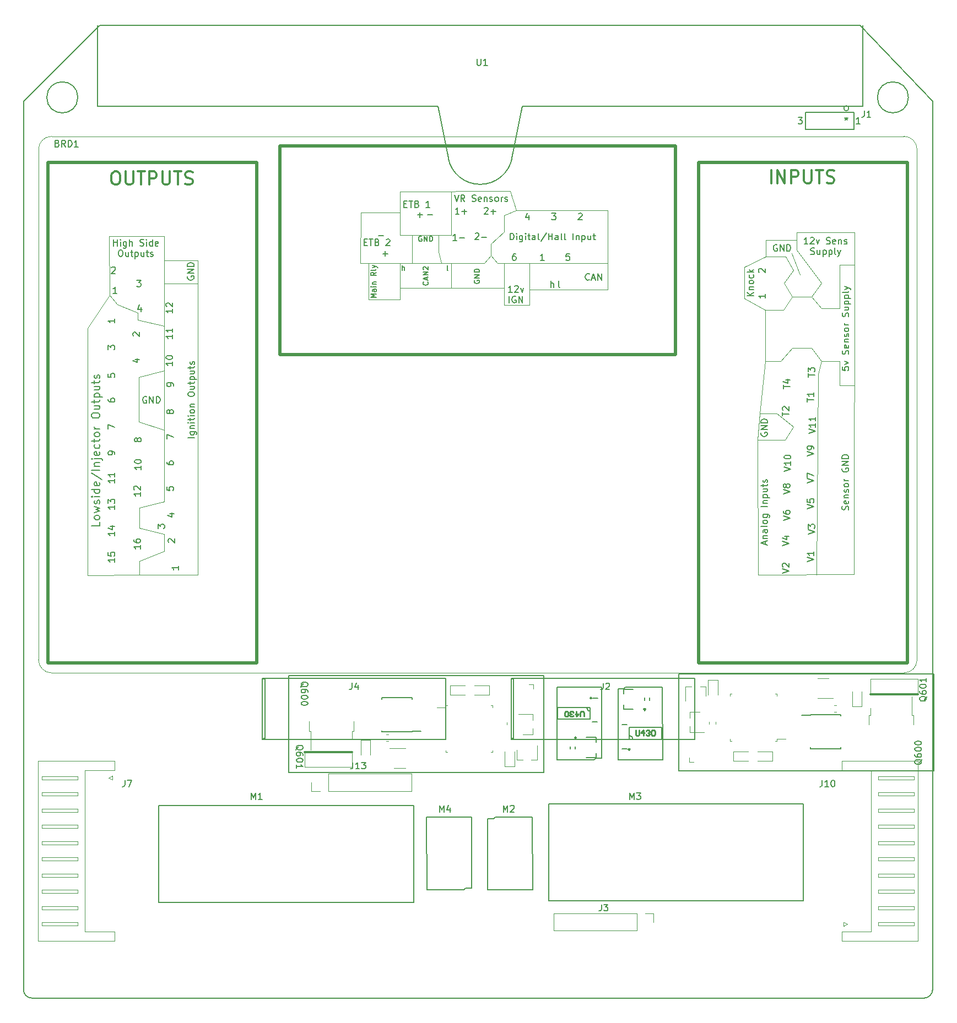
<source format=gto>
G75*
G70*
%OFA0B0*%
%FSLAX25Y25*%
%IPPOS*%
%LPD*%
%AMOC8*
5,1,8,0,0,1.08239X$1,22.5*
%
%ADD10C,0.00787*%
%ADD42C,0.00800*%
%ADD56C,0.00512*%
%ADD57C,0.00591*%
%ADD58C,0.00550*%
%ADD59C,0.01181*%
%ADD60C,0.00600*%
%ADD61C,0.00500*%
%ADD62C,0.00472*%
%ADD63C,0.01969*%
%ADD64C,0.00394*%
%ADD77C,0.00984*%
%ADD99C,0.01000*%
X0000000Y0000000D02*
%LPD*%
G01*
D10*
X0000000Y0005000D02*
X0000000Y0542693D01*
X0505989Y0589000D02*
X0046272Y0589000D01*
X0046272Y0589000D02*
X0000000Y0542693D01*
X0550000Y0005000D02*
X0550000Y0542693D01*
X0545000Y0000000D02*
G75*
G03*
X0550000Y0005000I0000000J0005000D01*
G01*
X0032875Y0545250D02*
G75*
G03*
X0032875Y0545250I-009375J0000000D01*
G01*
X0505989Y0589000D02*
X0550000Y0542693D01*
X0000000Y0005000D02*
G75*
G03*
X0005000Y0000000I0005000J0000000D01*
G01*
X0545000Y0000000D02*
X0005000Y0000000D01*
X0535405Y0545250D02*
G75*
G03*
X0535405Y0545250I-009375J0000000D01*
G01*
D56*
X0274429Y0568691D02*
X0274429Y0565453D01*
X0274620Y0565072D01*
X0274810Y0564881D01*
X0275191Y0564691D01*
X0275953Y0564691D01*
X0276334Y0564881D01*
X0276525Y0565072D01*
X0276715Y0565453D01*
X0276715Y0568691D01*
X0280715Y0564691D02*
X0278429Y0564691D01*
X0279572Y0564691D02*
X0279572Y0568691D01*
X0279191Y0568119D01*
X0278810Y0567738D01*
X0278429Y0567548D01*
D57*
X0350688Y0190656D02*
X0350688Y0187844D01*
X0350500Y0187282D01*
X0350125Y0186907D01*
X0349563Y0186719D01*
X0349188Y0186719D01*
X0352375Y0190281D02*
X0352563Y0190469D01*
X0352938Y0190656D01*
X0353875Y0190656D01*
X0354250Y0190469D01*
X0354437Y0190281D01*
X0354625Y0189906D01*
X0354625Y0189531D01*
X0354437Y0188969D01*
X0352188Y0186719D01*
X0354625Y0186719D01*
X0198758Y0190716D02*
X0198758Y0187904D01*
X0198570Y0187342D01*
X0198195Y0186967D01*
X0197633Y0186779D01*
X0197258Y0186779D01*
X0202320Y0189404D02*
X0202320Y0186779D01*
X0201382Y0190904D02*
X0200445Y0188091D01*
X0202882Y0188091D01*
X0508688Y0537156D02*
X0508688Y0534344D01*
X0508500Y0533782D01*
X0508125Y0533407D01*
X0507563Y0533219D01*
X0507188Y0533219D01*
X0512625Y0533219D02*
X0510375Y0533219D01*
X0511500Y0533219D02*
X0511500Y0537156D01*
X0511125Y0536594D01*
X0510750Y0536219D01*
X0510375Y0536031D01*
X0506125Y0529219D02*
X0503875Y0529219D01*
X0505000Y0529219D02*
X0505000Y0533156D01*
X0504625Y0532594D01*
X0504250Y0532219D01*
X0503875Y0532031D01*
X0468688Y0533156D02*
X0471125Y0533156D01*
X0469813Y0531656D01*
X0470375Y0531656D01*
X0470750Y0531469D01*
X0470938Y0531281D01*
X0471125Y0530906D01*
X0471125Y0529969D01*
X0470938Y0529594D01*
X0470750Y0529407D01*
X0470375Y0529219D01*
X0469250Y0529219D01*
X0468875Y0529407D01*
X0468688Y0529594D01*
X0468688Y0533156D02*
X0471125Y0533156D01*
X0469813Y0531656D01*
X0470375Y0531656D01*
X0470750Y0531469D01*
X0470938Y0531281D01*
X0471125Y0530906D01*
X0471125Y0529969D01*
X0470938Y0529594D01*
X0470750Y0529407D01*
X0470375Y0529219D01*
X0469250Y0529219D01*
X0468875Y0529407D01*
X0468688Y0529594D01*
X0497800Y0533266D02*
X0497800Y0532329D01*
X0496863Y0532704D02*
X0497800Y0532329D01*
X0498738Y0532704D01*
X0497238Y0531579D02*
X0497800Y0532329D01*
X0498363Y0531579D01*
X0506125Y0529219D02*
X0503875Y0529219D01*
X0505000Y0529219D02*
X0505000Y0533156D01*
X0504625Y0532594D01*
X0504250Y0532219D01*
X0503875Y0532031D01*
X0020529Y0517403D02*
X0021091Y0517216D01*
X0021279Y0517028D01*
X0021466Y0516654D01*
X0021466Y0516091D01*
X0021279Y0515716D01*
X0021091Y0515529D01*
X0020716Y0515341D01*
X0019216Y0515341D01*
X0019216Y0519278D01*
X0020529Y0519278D01*
X0020904Y0519091D01*
X0021091Y0518903D01*
X0021279Y0518528D01*
X0021279Y0518153D01*
X0021091Y0517778D01*
X0020904Y0517591D01*
X0020529Y0517403D01*
X0019216Y0517403D01*
X0025403Y0515341D02*
X0024091Y0517216D01*
X0023153Y0515341D02*
X0023153Y0519278D01*
X0024653Y0519278D01*
X0025028Y0519091D01*
X0025216Y0518903D01*
X0025403Y0518528D01*
X0025403Y0517966D01*
X0025216Y0517591D01*
X0025028Y0517403D01*
X0024653Y0517216D01*
X0023153Y0517216D01*
X0027090Y0515341D02*
X0027090Y0519278D01*
X0028028Y0519278D01*
X0028590Y0519091D01*
X0028965Y0518716D01*
X0029153Y0518341D01*
X0029340Y0517591D01*
X0029340Y0517028D01*
X0029153Y0516279D01*
X0028965Y0515904D01*
X0028590Y0515529D01*
X0028028Y0515341D01*
X0027090Y0515341D01*
X0033090Y0515341D02*
X0030840Y0515341D01*
X0031965Y0515341D02*
X0031965Y0519278D01*
X0031590Y0518716D01*
X0031215Y0518341D01*
X0030840Y0518153D01*
X0474625Y0456503D02*
X0472375Y0456503D01*
X0473500Y0456503D02*
X0473500Y0460440D01*
X0473125Y0459877D01*
X0472750Y0459502D01*
X0472375Y0459315D01*
X0476125Y0460065D02*
X0476312Y0460252D01*
X0476687Y0460440D01*
X0477625Y0460440D01*
X0478000Y0460252D01*
X0478187Y0460065D01*
X0478375Y0459690D01*
X0478375Y0459315D01*
X0478187Y0458752D01*
X0475937Y0456503D01*
X0478375Y0456503D01*
X0479687Y0459127D02*
X0480624Y0456503D01*
X0481562Y0459127D01*
X0485874Y0456690D02*
X0486436Y0456503D01*
X0487373Y0456503D01*
X0487748Y0456690D01*
X0487936Y0456878D01*
X0488123Y0457252D01*
X0488123Y0457627D01*
X0487936Y0458002D01*
X0487748Y0458190D01*
X0487373Y0458377D01*
X0486624Y0458565D01*
X0486249Y0458752D01*
X0486061Y0458940D01*
X0485874Y0459315D01*
X0485874Y0459690D01*
X0486061Y0460065D01*
X0486249Y0460252D01*
X0486624Y0460440D01*
X0487561Y0460440D01*
X0488123Y0460252D01*
X0491310Y0456690D02*
X0490935Y0456503D01*
X0490186Y0456503D01*
X0489811Y0456690D01*
X0489623Y0457065D01*
X0489623Y0458565D01*
X0489811Y0458940D01*
X0490186Y0459127D01*
X0490935Y0459127D01*
X0491310Y0458940D01*
X0491498Y0458565D01*
X0491498Y0458190D01*
X0489623Y0457815D01*
X0493185Y0459127D02*
X0493185Y0456503D01*
X0493185Y0458752D02*
X0493373Y0458940D01*
X0493748Y0459127D01*
X0494310Y0459127D01*
X0494685Y0458940D01*
X0494872Y0458565D01*
X0494872Y0456503D01*
X0496560Y0456690D02*
X0496935Y0456503D01*
X0497685Y0456503D01*
X0498060Y0456690D01*
X0498247Y0457065D01*
X0498247Y0457252D01*
X0498060Y0457627D01*
X0497685Y0457815D01*
X0497122Y0457815D01*
X0496747Y0458002D01*
X0496560Y0458377D01*
X0496560Y0458565D01*
X0496747Y0458940D01*
X0497122Y0459127D01*
X0497685Y0459127D01*
X0498060Y0458940D01*
X0476312Y0450351D02*
X0476875Y0450164D01*
X0477812Y0450164D01*
X0478187Y0450351D01*
X0478375Y0450539D01*
X0478562Y0450914D01*
X0478562Y0451289D01*
X0478375Y0451664D01*
X0478187Y0451851D01*
X0477812Y0452039D01*
X0477062Y0452226D01*
X0476687Y0452414D01*
X0476500Y0452601D01*
X0476312Y0452976D01*
X0476312Y0453351D01*
X0476500Y0453726D01*
X0476687Y0453914D01*
X0477062Y0454101D01*
X0478000Y0454101D01*
X0478562Y0453914D01*
X0481937Y0452789D02*
X0481937Y0450164D01*
X0480249Y0452789D02*
X0480249Y0450726D01*
X0480437Y0450351D01*
X0480812Y0450164D01*
X0481374Y0450164D01*
X0481749Y0450351D01*
X0481937Y0450539D01*
X0483811Y0452789D02*
X0483811Y0448852D01*
X0483811Y0452601D02*
X0484186Y0452789D01*
X0484936Y0452789D01*
X0485311Y0452601D01*
X0485499Y0452414D01*
X0485686Y0452039D01*
X0485686Y0450914D01*
X0485499Y0450539D01*
X0485311Y0450351D01*
X0484936Y0450164D01*
X0484186Y0450164D01*
X0483811Y0450351D01*
X0487373Y0452789D02*
X0487373Y0448852D01*
X0487373Y0452601D02*
X0487748Y0452789D01*
X0488498Y0452789D01*
X0488873Y0452601D01*
X0489061Y0452414D01*
X0489248Y0452039D01*
X0489248Y0450914D01*
X0489061Y0450539D01*
X0488873Y0450351D01*
X0488498Y0450164D01*
X0487748Y0450164D01*
X0487373Y0450351D01*
X0491498Y0450164D02*
X0491123Y0450351D01*
X0490935Y0450726D01*
X0490935Y0454101D01*
X0492623Y0452789D02*
X0493560Y0450164D01*
X0494498Y0452789D02*
X0493560Y0450164D01*
X0493185Y0449227D01*
X0492998Y0449039D01*
X0492623Y0448852D01*
X0055202Y0329175D02*
X0055202Y0329925D01*
X0055015Y0330300D01*
X0054827Y0330488D01*
X0054265Y0330863D01*
X0053515Y0331050D01*
X0052015Y0331050D01*
X0051640Y0330863D01*
X0051453Y0330675D01*
X0051265Y0330300D01*
X0051265Y0329550D01*
X0051453Y0329175D01*
X0051640Y0328988D01*
X0052015Y0328800D01*
X0052953Y0328800D01*
X0053328Y0328988D01*
X0053515Y0329175D01*
X0053703Y0329550D01*
X0053703Y0330300D01*
X0053515Y0330675D01*
X0053328Y0330863D01*
X0052953Y0331050D01*
X0086765Y0338613D02*
X0086765Y0341238D01*
X0090702Y0339550D01*
X0051265Y0362675D02*
X0051265Y0361925D01*
X0051453Y0361550D01*
X0051640Y0361363D01*
X0052203Y0360988D01*
X0052953Y0360800D01*
X0054453Y0360800D01*
X0054827Y0360988D01*
X0055015Y0361175D01*
X0055202Y0361550D01*
X0055202Y0362300D01*
X0055015Y0362675D01*
X0054827Y0362863D01*
X0054453Y0363050D01*
X0053515Y0363050D01*
X0053140Y0362863D01*
X0052953Y0362675D01*
X0052765Y0362300D01*
X0052765Y0361550D01*
X0052953Y0361175D01*
X0053140Y0360988D01*
X0053515Y0360800D01*
X0294460Y0459042D02*
X0294460Y0462979D01*
X0295397Y0462979D01*
X0295960Y0462791D01*
X0296335Y0462417D01*
X0296522Y0462042D01*
X0296710Y0461292D01*
X0296710Y0460729D01*
X0296522Y0459979D01*
X0296335Y0459604D01*
X0295960Y0459229D01*
X0295397Y0459042D01*
X0294460Y0459042D01*
X0298397Y0459042D02*
X0298397Y0461667D01*
X0298397Y0462979D02*
X0298210Y0462791D01*
X0298397Y0462604D01*
X0298585Y0462791D01*
X0298397Y0462979D01*
X0298397Y0462604D01*
X0301959Y0461667D02*
X0301959Y0458480D01*
X0301772Y0458105D01*
X0301584Y0457917D01*
X0301209Y0457730D01*
X0300647Y0457730D01*
X0300272Y0457917D01*
X0301959Y0459229D02*
X0301584Y0459042D01*
X0300834Y0459042D01*
X0300459Y0459229D01*
X0300272Y0459417D01*
X0300084Y0459792D01*
X0300084Y0460917D01*
X0300272Y0461292D01*
X0300459Y0461479D01*
X0300834Y0461667D01*
X0301584Y0461667D01*
X0301959Y0461479D01*
X0303834Y0459042D02*
X0303834Y0461667D01*
X0303834Y0462979D02*
X0303646Y0462791D01*
X0303834Y0462604D01*
X0304021Y0462791D01*
X0303834Y0462979D01*
X0303834Y0462604D01*
X0305146Y0461667D02*
X0306646Y0461667D01*
X0305709Y0462979D02*
X0305709Y0459604D01*
X0305896Y0459229D01*
X0306271Y0459042D01*
X0306646Y0459042D01*
X0309646Y0459042D02*
X0309646Y0461104D01*
X0309458Y0461479D01*
X0309083Y0461667D01*
X0308333Y0461667D01*
X0307958Y0461479D01*
X0309646Y0459229D02*
X0309271Y0459042D01*
X0308333Y0459042D01*
X0307958Y0459229D01*
X0307771Y0459604D01*
X0307771Y0459979D01*
X0307958Y0460354D01*
X0308333Y0460542D01*
X0309271Y0460542D01*
X0309646Y0460729D01*
X0312083Y0459042D02*
X0311708Y0459229D01*
X0311520Y0459604D01*
X0311520Y0462979D01*
X0316395Y0463166D02*
X0313020Y0458105D01*
X0317707Y0459042D02*
X0317707Y0462979D01*
X0317707Y0461104D02*
X0319957Y0461104D01*
X0319957Y0459042D02*
X0319957Y0462979D01*
X0323519Y0459042D02*
X0323519Y0461104D01*
X0323331Y0461479D01*
X0322956Y0461667D01*
X0322207Y0461667D01*
X0321832Y0461479D01*
X0323519Y0459229D02*
X0323144Y0459042D01*
X0322207Y0459042D01*
X0321832Y0459229D01*
X0321644Y0459604D01*
X0321644Y0459979D01*
X0321832Y0460354D01*
X0322207Y0460542D01*
X0323144Y0460542D01*
X0323519Y0460729D01*
X0325956Y0459042D02*
X0325581Y0459229D01*
X0325394Y0459604D01*
X0325394Y0462979D01*
X0328018Y0459042D02*
X0327643Y0459229D01*
X0327456Y0459604D01*
X0327456Y0462979D01*
X0332518Y0459042D02*
X0332518Y0462979D01*
X0334393Y0461667D02*
X0334393Y0459042D01*
X0334393Y0461292D02*
X0334580Y0461479D01*
X0334955Y0461667D01*
X0335517Y0461667D01*
X0335892Y0461479D01*
X0336080Y0461104D01*
X0336080Y0459042D01*
X0337955Y0461667D02*
X0337955Y0457730D01*
X0337955Y0461479D02*
X0338330Y0461667D01*
X0339079Y0461667D01*
X0339454Y0461479D01*
X0339642Y0461292D01*
X0339829Y0460917D01*
X0339829Y0459792D01*
X0339642Y0459417D01*
X0339454Y0459229D01*
X0339079Y0459042D01*
X0338330Y0459042D01*
X0337955Y0459229D01*
X0343204Y0461667D02*
X0343204Y0459042D01*
X0341517Y0461667D02*
X0341517Y0459604D01*
X0341704Y0459229D01*
X0342079Y0459042D01*
X0342642Y0459042D01*
X0343016Y0459229D01*
X0343204Y0459417D01*
X0344516Y0461667D02*
X0346016Y0461667D01*
X0345079Y0462979D02*
X0345079Y0459604D01*
X0345266Y0459229D01*
X0345641Y0459042D01*
X0346016Y0459042D01*
D10*
X0046199Y0288256D02*
X0046199Y0285912D01*
X0041278Y0285912D01*
X0046199Y0290599D02*
X0045965Y0290130D01*
X0045730Y0289896D01*
X0045261Y0289662D01*
X0043855Y0289662D01*
X0043387Y0289896D01*
X0043152Y0290130D01*
X0042918Y0290599D01*
X0042918Y0291302D01*
X0043152Y0291771D01*
X0043387Y0292005D01*
X0043855Y0292239D01*
X0045261Y0292239D01*
X0045730Y0292005D01*
X0045965Y0291771D01*
X0046199Y0291302D01*
X0046199Y0290599D01*
X0042918Y0293880D02*
X0046199Y0294817D01*
X0043855Y0295755D01*
X0046199Y0296692D01*
X0042918Y0297629D01*
X0045965Y0299270D02*
X0046199Y0299738D01*
X0046199Y0300676D01*
X0045965Y0301145D01*
X0045496Y0301379D01*
X0045261Y0301379D01*
X0044793Y0301145D01*
X0044558Y0300676D01*
X0044558Y0299973D01*
X0044324Y0299504D01*
X0043855Y0299270D01*
X0043621Y0299270D01*
X0043152Y0299504D01*
X0042918Y0299973D01*
X0042918Y0300676D01*
X0043152Y0301145D01*
X0046199Y0303488D02*
X0042918Y0303488D01*
X0041278Y0303488D02*
X0041512Y0303254D01*
X0041746Y0303488D01*
X0041512Y0303722D01*
X0041278Y0303488D01*
X0041746Y0303488D01*
X0046199Y0307941D02*
X0041278Y0307941D01*
X0045965Y0307941D02*
X0046199Y0307472D01*
X0046199Y0306534D01*
X0045965Y0306066D01*
X0045730Y0305831D01*
X0045261Y0305597D01*
X0043855Y0305597D01*
X0043387Y0305831D01*
X0043152Y0306066D01*
X0042918Y0306534D01*
X0042918Y0307472D01*
X0043152Y0307941D01*
X0045965Y0312159D02*
X0046199Y0311690D01*
X0046199Y0310753D01*
X0045965Y0310284D01*
X0045496Y0310050D01*
X0043621Y0310050D01*
X0043152Y0310284D01*
X0042918Y0310753D01*
X0042918Y0311690D01*
X0043152Y0312159D01*
X0043621Y0312393D01*
X0044090Y0312393D01*
X0044558Y0310050D01*
X0041043Y0318017D02*
X0047371Y0313799D01*
X0046199Y0319658D02*
X0041278Y0319658D01*
X0042918Y0322001D02*
X0046199Y0322001D01*
X0043387Y0322001D02*
X0043152Y0322236D01*
X0042918Y0322704D01*
X0042918Y0323407D01*
X0043152Y0323876D01*
X0043621Y0324110D01*
X0046199Y0324110D01*
X0042918Y0326454D02*
X0047136Y0326454D01*
X0047605Y0326220D01*
X0047839Y0325751D01*
X0047839Y0325516D01*
X0041278Y0326454D02*
X0041512Y0326220D01*
X0041746Y0326454D01*
X0041512Y0326688D01*
X0041278Y0326454D01*
X0041746Y0326454D01*
X0045965Y0330672D02*
X0046199Y0330203D01*
X0046199Y0329266D01*
X0045965Y0328797D01*
X0045496Y0328563D01*
X0043621Y0328563D01*
X0043152Y0328797D01*
X0042918Y0329266D01*
X0042918Y0330203D01*
X0043152Y0330672D01*
X0043621Y0330906D01*
X0044090Y0330906D01*
X0044558Y0328563D01*
X0045965Y0335125D02*
X0046199Y0334656D01*
X0046199Y0333719D01*
X0045965Y0333250D01*
X0045730Y0333016D01*
X0045261Y0332781D01*
X0043855Y0332781D01*
X0043387Y0333016D01*
X0043152Y0333250D01*
X0042918Y0333719D01*
X0042918Y0334656D01*
X0043152Y0335125D01*
X0042918Y0336531D02*
X0042918Y0338405D01*
X0041278Y0337234D02*
X0045496Y0337234D01*
X0045965Y0337468D01*
X0046199Y0337937D01*
X0046199Y0338405D01*
X0046199Y0340749D02*
X0045965Y0340280D01*
X0045730Y0340046D01*
X0045261Y0339812D01*
X0043855Y0339812D01*
X0043387Y0340046D01*
X0043152Y0340280D01*
X0042918Y0340749D01*
X0042918Y0341452D01*
X0043152Y0341921D01*
X0043387Y0342155D01*
X0043855Y0342389D01*
X0045261Y0342389D01*
X0045730Y0342155D01*
X0045965Y0341921D01*
X0046199Y0341452D01*
X0046199Y0340749D01*
X0046199Y0344498D02*
X0042918Y0344498D01*
X0043855Y0344498D02*
X0043387Y0344733D01*
X0043152Y0344967D01*
X0042918Y0345436D01*
X0042918Y0345905D01*
X0041278Y0352232D02*
X0041278Y0353169D01*
X0041512Y0353638D01*
X0041981Y0354107D01*
X0042918Y0354341D01*
X0044558Y0354341D01*
X0045496Y0354107D01*
X0045965Y0353638D01*
X0046199Y0353169D01*
X0046199Y0352232D01*
X0045965Y0351763D01*
X0045496Y0351294D01*
X0044558Y0351060D01*
X0042918Y0351060D01*
X0041981Y0351294D01*
X0041512Y0351763D01*
X0041278Y0352232D01*
X0042918Y0358559D02*
X0046199Y0358559D01*
X0042918Y0356450D02*
X0045496Y0356450D01*
X0045965Y0356684D01*
X0046199Y0357153D01*
X0046199Y0357856D01*
X0045965Y0358325D01*
X0045730Y0358559D01*
X0042918Y0360200D02*
X0042918Y0362074D01*
X0041278Y0360903D02*
X0045496Y0360903D01*
X0045965Y0361137D01*
X0046199Y0361606D01*
X0046199Y0362074D01*
X0042918Y0363715D02*
X0047839Y0363715D01*
X0043152Y0363715D02*
X0042918Y0364184D01*
X0042918Y0365121D01*
X0043152Y0365590D01*
X0043387Y0365824D01*
X0043855Y0366058D01*
X0045261Y0366058D01*
X0045730Y0365824D01*
X0045965Y0365590D01*
X0046199Y0365121D01*
X0046199Y0364184D01*
X0045965Y0363715D01*
X0042918Y0370276D02*
X0046199Y0370276D01*
X0042918Y0368167D02*
X0045496Y0368167D01*
X0045965Y0368402D01*
X0046199Y0368870D01*
X0046199Y0369573D01*
X0045965Y0370042D01*
X0045730Y0370276D01*
X0042918Y0371917D02*
X0042918Y0373792D01*
X0041278Y0372620D02*
X0045496Y0372620D01*
X0045965Y0372854D01*
X0046199Y0373323D01*
X0046199Y0373792D01*
X0045965Y0375198D02*
X0046199Y0375666D01*
X0046199Y0376604D01*
X0045965Y0377073D01*
X0045496Y0377307D01*
X0045261Y0377307D01*
X0044793Y0377073D01*
X0044558Y0376604D01*
X0044558Y0375901D01*
X0044324Y0375432D01*
X0043855Y0375198D01*
X0043621Y0375198D01*
X0043152Y0375432D01*
X0042918Y0375901D01*
X0042918Y0376604D01*
X0043152Y0377073D01*
D57*
X0499015Y0295516D02*
X0499202Y0296078D01*
X0499202Y0297015D01*
X0499015Y0297390D01*
X0498827Y0297578D01*
X0498453Y0297765D01*
X0498078Y0297765D01*
X0497703Y0297578D01*
X0497515Y0297390D01*
X0497328Y0297015D01*
X0497140Y0296265D01*
X0496953Y0295890D01*
X0496765Y0295703D01*
X0496390Y0295516D01*
X0496015Y0295516D01*
X0495640Y0295703D01*
X0495453Y0295890D01*
X0495265Y0296265D01*
X0495265Y0297203D01*
X0495453Y0297765D01*
X0499015Y0300952D02*
X0499202Y0300577D01*
X0499202Y0299827D01*
X0499015Y0299453D01*
X0498640Y0299265D01*
X0497140Y0299265D01*
X0496765Y0299453D01*
X0496578Y0299827D01*
X0496578Y0300577D01*
X0496765Y0300952D01*
X0497140Y0301140D01*
X0497515Y0301140D01*
X0497890Y0299265D01*
X0496578Y0302827D02*
X0499202Y0302827D01*
X0496953Y0302827D02*
X0496765Y0303015D01*
X0496578Y0303390D01*
X0496578Y0303952D01*
X0496765Y0304327D01*
X0497140Y0304514D01*
X0499202Y0304514D01*
X0499015Y0306202D02*
X0499202Y0306577D01*
X0499202Y0307327D01*
X0499015Y0307702D01*
X0498640Y0307889D01*
X0498453Y0307889D01*
X0498078Y0307702D01*
X0497890Y0307327D01*
X0497890Y0306764D01*
X0497703Y0306389D01*
X0497328Y0306202D01*
X0497140Y0306202D01*
X0496765Y0306389D01*
X0496578Y0306764D01*
X0496578Y0307327D01*
X0496765Y0307702D01*
X0499202Y0310139D02*
X0499015Y0309764D01*
X0498827Y0309576D01*
X0498453Y0309389D01*
X0497328Y0309389D01*
X0496953Y0309576D01*
X0496765Y0309764D01*
X0496578Y0310139D01*
X0496578Y0310701D01*
X0496765Y0311076D01*
X0496953Y0311264D01*
X0497328Y0311451D01*
X0498453Y0311451D01*
X0498827Y0311264D01*
X0499015Y0311076D01*
X0499202Y0310701D01*
X0499202Y0310139D01*
X0499202Y0313138D02*
X0496578Y0313138D01*
X0497328Y0313138D02*
X0496953Y0313326D01*
X0496765Y0313513D01*
X0496578Y0313888D01*
X0496578Y0314263D01*
X0495453Y0320637D02*
X0495265Y0320262D01*
X0495265Y0319700D01*
X0495453Y0319138D01*
X0495828Y0318763D01*
X0496203Y0318575D01*
X0496953Y0318388D01*
X0497515Y0318388D01*
X0498265Y0318575D01*
X0498640Y0318763D01*
X0499015Y0319138D01*
X0499202Y0319700D01*
X0499202Y0320075D01*
X0499015Y0320637D01*
X0498827Y0320825D01*
X0497515Y0320825D01*
X0497515Y0320075D01*
X0499202Y0322512D02*
X0495265Y0322512D01*
X0499202Y0324762D01*
X0495265Y0324762D01*
X0499202Y0326637D02*
X0495265Y0326637D01*
X0495265Y0327574D01*
X0495453Y0328136D01*
X0495828Y0328511D01*
X0496203Y0328699D01*
X0496953Y0328886D01*
X0497515Y0328886D01*
X0498265Y0328699D01*
X0498640Y0328511D01*
X0499015Y0328136D01*
X0499202Y0327574D01*
X0499202Y0326637D01*
X0090702Y0370675D02*
X0090702Y0371425D01*
X0090515Y0371800D01*
X0090327Y0371988D01*
X0089765Y0372363D01*
X0089015Y0372550D01*
X0087515Y0372550D01*
X0087140Y0372363D01*
X0086953Y0372175D01*
X0086765Y0371800D01*
X0086765Y0371050D01*
X0086953Y0370675D01*
X0087140Y0370488D01*
X0087515Y0370300D01*
X0088453Y0370300D01*
X0088828Y0370488D01*
X0089015Y0370675D01*
X0089203Y0371050D01*
X0089203Y0371800D01*
X0089015Y0372175D01*
X0088828Y0372363D01*
X0088453Y0372550D01*
X0446335Y0342272D02*
X0446147Y0341897D01*
X0446147Y0341335D01*
X0446335Y0340772D01*
X0446710Y0340397D01*
X0447085Y0340210D01*
X0447835Y0340022D01*
X0448397Y0340022D01*
X0449147Y0340210D01*
X0449522Y0340397D01*
X0449897Y0340772D01*
X0450084Y0341335D01*
X0450084Y0341710D01*
X0449897Y0342272D01*
X0449709Y0342460D01*
X0448397Y0342460D01*
X0448397Y0341710D01*
X0450084Y0344147D02*
X0446147Y0344147D01*
X0450084Y0346397D01*
X0446147Y0346397D01*
X0450084Y0348271D02*
X0446147Y0348271D01*
X0446147Y0349209D01*
X0446335Y0349771D01*
X0446710Y0350146D01*
X0447085Y0350334D01*
X0447835Y0350521D01*
X0448397Y0350521D01*
X0449147Y0350334D01*
X0449522Y0350146D01*
X0449897Y0349771D01*
X0450084Y0349209D01*
X0450084Y0348271D01*
X0459265Y0352426D02*
X0459265Y0354675D01*
X0463202Y0353551D02*
X0459265Y0353551D01*
X0459640Y0355800D02*
X0459453Y0355988D01*
X0459265Y0356363D01*
X0459265Y0357300D01*
X0459453Y0357675D01*
X0459640Y0357863D01*
X0460015Y0358050D01*
X0460390Y0358050D01*
X0460953Y0357863D01*
X0463202Y0355613D01*
X0463202Y0358050D01*
X0297671Y0450581D02*
X0296921Y0450581D01*
X0296546Y0450394D01*
X0296359Y0450206D01*
X0295984Y0449644D01*
X0295797Y0448894D01*
X0295797Y0447394D01*
X0295984Y0447019D01*
X0296172Y0446832D01*
X0296546Y0446644D01*
X0297296Y0446644D01*
X0297671Y0446832D01*
X0297859Y0447019D01*
X0298046Y0447394D01*
X0298046Y0448332D01*
X0297859Y0448707D01*
X0297671Y0448894D01*
X0297296Y0449082D01*
X0296546Y0449082D01*
X0296172Y0448894D01*
X0295984Y0448707D01*
X0295797Y0448332D01*
X0474765Y0375926D02*
X0474765Y0378175D01*
X0478702Y0377051D02*
X0474765Y0377051D01*
X0474765Y0379113D02*
X0474765Y0381550D01*
X0476265Y0380238D01*
X0476265Y0380800D01*
X0476453Y0381175D01*
X0476640Y0381363D01*
X0477015Y0381550D01*
X0477953Y0381550D01*
X0478327Y0381363D01*
X0478515Y0381175D01*
X0478702Y0380800D01*
X0478702Y0379675D01*
X0478515Y0379300D01*
X0478327Y0379113D01*
X0342390Y0435019D02*
X0342203Y0434832D01*
X0341641Y0434644D01*
X0341266Y0434644D01*
X0340703Y0434832D01*
X0340328Y0435207D01*
X0340141Y0435582D01*
X0339953Y0436332D01*
X0339953Y0436894D01*
X0340141Y0437644D01*
X0340328Y0438019D01*
X0340703Y0438394D01*
X0341266Y0438581D01*
X0341641Y0438581D01*
X0342203Y0438394D01*
X0342390Y0438206D01*
X0343890Y0435769D02*
X0345765Y0435769D01*
X0343515Y0434644D02*
X0344828Y0438581D01*
X0346140Y0434644D01*
X0347452Y0434644D02*
X0347452Y0438581D01*
X0349702Y0434644D01*
X0349702Y0438581D01*
X0090242Y0401609D02*
X0090242Y0399359D01*
X0090242Y0400484D02*
X0086305Y0400484D01*
X0086867Y0400109D01*
X0087242Y0399734D01*
X0087430Y0399359D01*
X0090242Y0405358D02*
X0090242Y0403108D01*
X0090242Y0404233D02*
X0086305Y0404233D01*
X0086867Y0403858D01*
X0087242Y0403483D01*
X0087430Y0403108D01*
X0460265Y0318863D02*
X0464202Y0320176D01*
X0460265Y0321488D01*
X0464202Y0324863D02*
X0464202Y0322613D01*
X0464202Y0323738D02*
X0460265Y0323738D01*
X0460828Y0323363D01*
X0461203Y0322988D01*
X0461390Y0322613D01*
X0460265Y0327300D02*
X0460265Y0327675D01*
X0460453Y0328050D01*
X0460640Y0328237D01*
X0461015Y0328425D01*
X0461765Y0328612D01*
X0462703Y0328612D01*
X0463453Y0328425D01*
X0463827Y0328237D01*
X0464015Y0328050D01*
X0464202Y0327675D01*
X0464202Y0327300D01*
X0464015Y0326925D01*
X0463827Y0326738D01*
X0463453Y0326550D01*
X0462703Y0326363D01*
X0461765Y0326363D01*
X0461015Y0326550D01*
X0460640Y0326738D01*
X0460453Y0326925D01*
X0460265Y0327300D01*
X0206168Y0457561D02*
X0207480Y0457561D01*
X0208043Y0455499D02*
X0206168Y0455499D01*
X0206168Y0459436D01*
X0208043Y0459436D01*
X0209168Y0459436D02*
X0211417Y0459436D01*
X0210292Y0455499D02*
X0210292Y0459436D01*
X0214042Y0457561D02*
X0214604Y0457373D01*
X0214792Y0457186D01*
X0214979Y0456811D01*
X0214979Y0456249D01*
X0214792Y0455874D01*
X0214604Y0455686D01*
X0214229Y0455499D01*
X0212730Y0455499D01*
X0212730Y0459436D01*
X0214042Y0459436D01*
X0214417Y0459248D01*
X0214604Y0459061D01*
X0214792Y0458686D01*
X0214792Y0458311D01*
X0214604Y0457936D01*
X0214417Y0457748D01*
X0214042Y0457561D01*
X0212730Y0457561D01*
X0219479Y0459061D02*
X0219666Y0459248D01*
X0220041Y0459436D01*
X0220979Y0459436D01*
X0221354Y0459248D01*
X0221541Y0459061D01*
X0221729Y0458686D01*
X0221729Y0458311D01*
X0221541Y0457748D01*
X0219291Y0455499D01*
X0221729Y0455499D01*
X0459265Y0257238D02*
X0463202Y0258551D01*
X0459265Y0259863D01*
X0459640Y0260988D02*
X0459453Y0261175D01*
X0459265Y0261550D01*
X0459265Y0262488D01*
X0459453Y0262863D01*
X0459640Y0263050D01*
X0460015Y0263238D01*
X0460390Y0263238D01*
X0460953Y0263050D01*
X0463202Y0260800D01*
X0463202Y0263238D01*
X0474265Y0328238D02*
X0478202Y0329551D01*
X0474265Y0330863D01*
X0478202Y0332363D02*
X0478202Y0333113D01*
X0478015Y0333488D01*
X0477827Y0333675D01*
X0477265Y0334050D01*
X0476515Y0334238D01*
X0475015Y0334238D01*
X0474640Y0334050D01*
X0474453Y0333863D01*
X0474265Y0333488D01*
X0474265Y0332738D01*
X0474453Y0332363D01*
X0474640Y0332175D01*
X0475015Y0331988D01*
X0475953Y0331988D01*
X0476328Y0332175D01*
X0476515Y0332363D01*
X0476703Y0332738D01*
X0476703Y0333488D01*
X0476515Y0333863D01*
X0476328Y0334050D01*
X0475953Y0334238D01*
X0474765Y0280738D02*
X0478702Y0282051D01*
X0474765Y0283363D01*
X0474765Y0284300D02*
X0474765Y0286738D01*
X0476265Y0285425D01*
X0476265Y0285988D01*
X0476453Y0286363D01*
X0476640Y0286550D01*
X0477015Y0286738D01*
X0477953Y0286738D01*
X0478327Y0286550D01*
X0478515Y0286363D01*
X0478702Y0285988D01*
X0478702Y0284863D01*
X0478515Y0284488D01*
X0478327Y0284300D01*
D58*
X0213334Y0424058D02*
X0210134Y0424058D01*
X0212419Y0425124D01*
X0210134Y0426191D01*
X0213334Y0426191D01*
X0213334Y0429086D02*
X0211657Y0429086D01*
X0211353Y0428934D01*
X0211200Y0428629D01*
X0211200Y0428020D01*
X0211353Y0427715D01*
X0213181Y0429086D02*
X0213334Y0428781D01*
X0213334Y0428020D01*
X0213181Y0427715D01*
X0212876Y0427562D01*
X0212572Y0427562D01*
X0212267Y0427715D01*
X0212115Y0428020D01*
X0212115Y0428781D01*
X0211962Y0429086D01*
X0213334Y0430610D02*
X0211200Y0430610D01*
X0210134Y0430610D02*
X0210286Y0430458D01*
X0210438Y0430610D01*
X0210286Y0430762D01*
X0210134Y0430610D01*
X0210438Y0430610D01*
X0211200Y0432134D02*
X0213334Y0432134D01*
X0211505Y0432134D02*
X0211353Y0432286D01*
X0211200Y0432591D01*
X0211200Y0433048D01*
X0211353Y0433353D01*
X0211657Y0433505D01*
X0213334Y0433505D01*
X0213334Y0439296D02*
X0211810Y0438229D01*
X0213334Y0437467D02*
X0210134Y0437467D01*
X0210134Y0438686D01*
X0210286Y0438991D01*
X0210438Y0439143D01*
X0210743Y0439296D01*
X0211200Y0439296D01*
X0211505Y0439143D01*
X0211657Y0438991D01*
X0211810Y0438686D01*
X0211810Y0437467D01*
X0213334Y0441124D02*
X0213181Y0440820D01*
X0212876Y0440667D01*
X0210134Y0440667D01*
X0211200Y0442039D02*
X0213334Y0442800D01*
X0211200Y0443562D02*
X0213334Y0442800D01*
X0214096Y0442496D01*
X0214248Y0442343D01*
X0214400Y0442039D01*
D57*
X0055202Y0266175D02*
X0055202Y0263926D01*
X0055202Y0265051D02*
X0051265Y0265051D01*
X0051828Y0264676D01*
X0052203Y0264301D01*
X0052390Y0263926D01*
X0051265Y0269738D02*
X0051265Y0267863D01*
X0053140Y0267675D01*
X0052953Y0267863D01*
X0052765Y0268238D01*
X0052765Y0269175D01*
X0052953Y0269550D01*
X0053140Y0269738D01*
X0053515Y0269925D01*
X0054453Y0269925D01*
X0054827Y0269738D01*
X0055015Y0269550D01*
X0055202Y0269175D01*
X0055202Y0268238D01*
X0055015Y0267863D01*
X0054827Y0267675D01*
D59*
X0055146Y0500371D02*
X0056646Y0500371D01*
X0057396Y0499996D01*
X0058146Y0499246D01*
X0058521Y0497746D01*
X0058521Y0495122D01*
X0058146Y0493622D01*
X0057396Y0492872D01*
X0056646Y0492497D01*
X0055146Y0492497D01*
X0054396Y0492872D01*
X0053646Y0493622D01*
X0053271Y0495122D01*
X0053271Y0497746D01*
X0053646Y0499246D01*
X0054396Y0499996D01*
X0055146Y0500371D01*
X0061895Y0500371D02*
X0061895Y0493997D01*
X0062270Y0493247D01*
X0062645Y0492872D01*
X0063395Y0492497D01*
X0064895Y0492497D01*
X0065645Y0492872D01*
X0066020Y0493247D01*
X0066395Y0493997D01*
X0066395Y0500371D01*
X0069019Y0500371D02*
X0073519Y0500371D01*
X0071269Y0492497D02*
X0071269Y0500371D01*
X0076144Y0492497D02*
X0076144Y0500371D01*
X0079143Y0500371D01*
X0079893Y0499996D01*
X0080268Y0499621D01*
X0080643Y0498871D01*
X0080643Y0497746D01*
X0080268Y0496997D01*
X0079893Y0496622D01*
X0079143Y0496247D01*
X0076144Y0496247D01*
X0084018Y0500371D02*
X0084018Y0493997D01*
X0084393Y0493247D01*
X0084767Y0492872D01*
X0085517Y0492497D01*
X0087017Y0492497D01*
X0087767Y0492872D01*
X0088142Y0493247D01*
X0088517Y0493997D01*
X0088517Y0500371D01*
X0091142Y0500371D02*
X0095641Y0500371D01*
X0093391Y0492497D02*
X0093391Y0500371D01*
X0097891Y0492872D02*
X0099016Y0492497D01*
X0100890Y0492497D01*
X0101640Y0492872D01*
X0102015Y0493247D01*
X0102390Y0493997D01*
X0102390Y0494747D01*
X0102015Y0495497D01*
X0101640Y0495872D01*
X0100890Y0496247D01*
X0099391Y0496622D01*
X0098641Y0496997D01*
X0098266Y0497372D01*
X0097891Y0498121D01*
X0097891Y0498871D01*
X0098266Y0499621D01*
X0098641Y0499996D01*
X0099391Y0500371D01*
X0101265Y0500371D01*
X0102390Y0499996D01*
D57*
X0103431Y0339329D02*
X0099494Y0339329D01*
X0100806Y0342891D02*
X0103993Y0342891D01*
X0104368Y0342703D01*
X0104556Y0342516D01*
X0104743Y0342141D01*
X0104743Y0341579D01*
X0104556Y0341204D01*
X0103243Y0342891D02*
X0103431Y0342516D01*
X0103431Y0341766D01*
X0103243Y0341391D01*
X0103056Y0341204D01*
X0102681Y0341016D01*
X0101556Y0341016D01*
X0101181Y0341204D01*
X0100994Y0341391D01*
X0100806Y0341766D01*
X0100806Y0342516D01*
X0100994Y0342891D01*
X0100806Y0344766D02*
X0103431Y0344766D01*
X0101181Y0344766D02*
X0100994Y0344953D01*
X0100806Y0345328D01*
X0100806Y0345890D01*
X0100994Y0346265D01*
X0101369Y0346453D01*
X0103431Y0346453D01*
X0103431Y0348328D02*
X0100806Y0348328D01*
X0099494Y0348328D02*
X0099681Y0348140D01*
X0099869Y0348328D01*
X0099681Y0348515D01*
X0099494Y0348328D01*
X0099869Y0348328D01*
X0100806Y0349640D02*
X0100806Y0351140D01*
X0099494Y0350202D02*
X0102868Y0350202D01*
X0103243Y0350390D01*
X0103431Y0350765D01*
X0103431Y0351140D01*
X0103431Y0352452D02*
X0100806Y0352452D01*
X0099494Y0352452D02*
X0099681Y0352265D01*
X0099869Y0352452D01*
X0099681Y0352640D01*
X0099494Y0352452D01*
X0099869Y0352452D01*
X0103431Y0354889D02*
X0103243Y0354514D01*
X0103056Y0354327D01*
X0102681Y0354139D01*
X0101556Y0354139D01*
X0101181Y0354327D01*
X0100994Y0354514D01*
X0100806Y0354889D01*
X0100806Y0355452D01*
X0100994Y0355827D01*
X0101181Y0356014D01*
X0101556Y0356202D01*
X0102681Y0356202D01*
X0103056Y0356014D01*
X0103243Y0355827D01*
X0103431Y0355452D01*
X0103431Y0354889D01*
X0100806Y0357889D02*
X0103431Y0357889D01*
X0101181Y0357889D02*
X0100994Y0358076D01*
X0100806Y0358451D01*
X0100806Y0359014D01*
X0100994Y0359389D01*
X0101369Y0359576D01*
X0103431Y0359576D01*
X0099494Y0365201D02*
X0099494Y0365950D01*
X0099681Y0366325D01*
X0100056Y0366700D01*
X0100806Y0366888D01*
X0102118Y0366888D01*
X0102868Y0366700D01*
X0103243Y0366325D01*
X0103431Y0365950D01*
X0103431Y0365201D01*
X0103243Y0364826D01*
X0102868Y0364451D01*
X0102118Y0364263D01*
X0100806Y0364263D01*
X0100056Y0364451D01*
X0099681Y0364826D01*
X0099494Y0365201D01*
X0100806Y0370262D02*
X0103431Y0370262D01*
X0100806Y0368575D02*
X0102868Y0368575D01*
X0103243Y0368763D01*
X0103431Y0369138D01*
X0103431Y0369700D01*
X0103243Y0370075D01*
X0103056Y0370262D01*
X0100806Y0371575D02*
X0100806Y0373075D01*
X0099494Y0372137D02*
X0102868Y0372137D01*
X0103243Y0372325D01*
X0103431Y0372700D01*
X0103431Y0373075D01*
X0100806Y0374387D02*
X0104743Y0374387D01*
X0100994Y0374387D02*
X0100806Y0374762D01*
X0100806Y0375512D01*
X0100994Y0375887D01*
X0101181Y0376074D01*
X0101556Y0376262D01*
X0102681Y0376262D01*
X0103056Y0376074D01*
X0103243Y0375887D01*
X0103431Y0375512D01*
X0103431Y0374762D01*
X0103243Y0374387D01*
X0100806Y0379636D02*
X0103431Y0379636D01*
X0100806Y0377949D02*
X0102868Y0377949D01*
X0103243Y0378136D01*
X0103431Y0378511D01*
X0103431Y0379074D01*
X0103243Y0379449D01*
X0103056Y0379636D01*
X0100806Y0380949D02*
X0100806Y0382448D01*
X0099494Y0381511D02*
X0102868Y0381511D01*
X0103243Y0381699D01*
X0103431Y0382073D01*
X0103431Y0382448D01*
X0103243Y0383573D02*
X0103431Y0383948D01*
X0103431Y0384698D01*
X0103243Y0385073D01*
X0102868Y0385261D01*
X0102681Y0385261D01*
X0102306Y0385073D01*
X0102118Y0384698D01*
X0102118Y0384136D01*
X0101931Y0383761D01*
X0101556Y0383573D01*
X0101369Y0383573D01*
X0100994Y0383761D01*
X0100806Y0384136D01*
X0100806Y0384698D01*
X0100994Y0385073D01*
X0067578Y0386675D02*
X0070202Y0386675D01*
X0066078Y0385738D02*
X0068890Y0384800D01*
X0068890Y0387238D01*
X0214922Y0461644D02*
X0217921Y0461644D01*
X0093702Y0261550D02*
X0093702Y0259300D01*
X0093702Y0260425D02*
X0089765Y0260425D01*
X0090328Y0260050D01*
X0090703Y0259675D01*
X0090890Y0259300D01*
D60*
X0272821Y0434487D02*
X0272669Y0434182D01*
X0272669Y0433725D01*
X0272821Y0433268D01*
X0273126Y0432963D01*
X0273431Y0432811D01*
X0274040Y0432659D01*
X0274498Y0432659D01*
X0275107Y0432811D01*
X0275412Y0432963D01*
X0275717Y0433268D01*
X0275869Y0433725D01*
X0275869Y0434030D01*
X0275717Y0434487D01*
X0275564Y0434640D01*
X0274498Y0434640D01*
X0274498Y0434030D01*
X0275869Y0436011D02*
X0272669Y0436011D01*
X0275869Y0437840D01*
X0272669Y0437840D01*
X0275869Y0439363D02*
X0272669Y0439363D01*
X0272669Y0440125D01*
X0272821Y0440582D01*
X0273126Y0440887D01*
X0273431Y0441040D01*
X0274040Y0441192D01*
X0274498Y0441192D01*
X0275107Y0441040D01*
X0275412Y0440887D01*
X0275717Y0440582D01*
X0275869Y0440125D01*
X0275869Y0439363D01*
D57*
X0474265Y0311738D02*
X0478202Y0313051D01*
X0474265Y0314363D01*
X0474265Y0315300D02*
X0474265Y0317925D01*
X0478202Y0316238D01*
X0090202Y0385175D02*
X0090202Y0382926D01*
X0090202Y0384051D02*
X0086265Y0384051D01*
X0086828Y0383676D01*
X0087203Y0383301D01*
X0087390Y0382926D01*
X0086265Y0387613D02*
X0086265Y0387988D01*
X0086453Y0388363D01*
X0086640Y0388550D01*
X0087015Y0388738D01*
X0087765Y0388925D01*
X0088703Y0388925D01*
X0089453Y0388738D01*
X0089827Y0388550D01*
X0090015Y0388363D01*
X0090202Y0387988D01*
X0090202Y0387613D01*
X0090015Y0387238D01*
X0089827Y0387050D01*
X0089453Y0386863D01*
X0088703Y0386675D01*
X0087765Y0386675D01*
X0087015Y0386863D01*
X0086640Y0387050D01*
X0086453Y0387238D01*
X0086265Y0387613D01*
X0055202Y0314175D02*
X0055202Y0311926D01*
X0055202Y0313051D02*
X0051265Y0313051D01*
X0051828Y0312676D01*
X0052203Y0312301D01*
X0052390Y0311926D01*
X0055202Y0317925D02*
X0055202Y0315675D01*
X0055202Y0316800D02*
X0051265Y0316800D01*
X0051828Y0316425D01*
X0052203Y0316050D01*
X0052390Y0315675D01*
X0459765Y0368926D02*
X0459765Y0371175D01*
X0463702Y0370051D02*
X0459765Y0370051D01*
X0461078Y0374175D02*
X0463702Y0374175D01*
X0459578Y0373238D02*
X0462390Y0372300D01*
X0462390Y0374738D01*
X0260733Y0486207D02*
X0262045Y0482270D01*
X0263358Y0486207D01*
X0266920Y0482270D02*
X0265607Y0484145D01*
X0264670Y0482270D02*
X0264670Y0486207D01*
X0266170Y0486207D01*
X0266545Y0486020D01*
X0266732Y0485832D01*
X0266920Y0485457D01*
X0266920Y0484895D01*
X0266732Y0484520D01*
X0266545Y0484333D01*
X0266170Y0484145D01*
X0264670Y0484145D01*
X0271419Y0482458D02*
X0271982Y0482270D01*
X0272919Y0482270D01*
X0273294Y0482458D01*
X0273481Y0482645D01*
X0273669Y0483020D01*
X0273669Y0483395D01*
X0273481Y0483770D01*
X0273294Y0483958D01*
X0272919Y0484145D01*
X0272169Y0484333D01*
X0271794Y0484520D01*
X0271607Y0484708D01*
X0271419Y0485082D01*
X0271419Y0485457D01*
X0271607Y0485832D01*
X0271794Y0486020D01*
X0272169Y0486207D01*
X0273106Y0486207D01*
X0273669Y0486020D01*
X0276856Y0482458D02*
X0276481Y0482270D01*
X0275731Y0482270D01*
X0275356Y0482458D01*
X0275169Y0482833D01*
X0275169Y0484333D01*
X0275356Y0484708D01*
X0275731Y0484895D01*
X0276481Y0484895D01*
X0276856Y0484708D01*
X0277043Y0484333D01*
X0277043Y0483958D01*
X0275169Y0483583D01*
X0278731Y0484895D02*
X0278731Y0482270D01*
X0278731Y0484520D02*
X0278918Y0484708D01*
X0279293Y0484895D01*
X0279856Y0484895D01*
X0280231Y0484708D01*
X0280418Y0484333D01*
X0280418Y0482270D01*
X0282105Y0482458D02*
X0282480Y0482270D01*
X0283230Y0482270D01*
X0283605Y0482458D01*
X0283793Y0482833D01*
X0283793Y0483020D01*
X0283605Y0483395D01*
X0283230Y0483583D01*
X0282668Y0483583D01*
X0282293Y0483770D01*
X0282105Y0484145D01*
X0282105Y0484333D01*
X0282293Y0484708D01*
X0282668Y0484895D01*
X0283230Y0484895D01*
X0283605Y0484708D01*
X0286042Y0482270D02*
X0285667Y0482458D01*
X0285480Y0482645D01*
X0285292Y0483020D01*
X0285292Y0484145D01*
X0285480Y0484520D01*
X0285667Y0484708D01*
X0286042Y0484895D01*
X0286605Y0484895D01*
X0286980Y0484708D01*
X0287167Y0484520D01*
X0287355Y0484145D01*
X0287355Y0483020D01*
X0287167Y0482645D01*
X0286980Y0482458D01*
X0286605Y0482270D01*
X0286042Y0482270D01*
X0289042Y0482270D02*
X0289042Y0484895D01*
X0289042Y0484145D02*
X0289229Y0484520D01*
X0289417Y0484708D01*
X0289792Y0484895D01*
X0290167Y0484895D01*
X0291292Y0482458D02*
X0291667Y0482270D01*
X0292417Y0482270D01*
X0292791Y0482458D01*
X0292979Y0482833D01*
X0292979Y0483020D01*
X0292791Y0483395D01*
X0292417Y0483583D01*
X0291854Y0483583D01*
X0291479Y0483770D01*
X0291292Y0484145D01*
X0291292Y0484333D01*
X0291479Y0484708D01*
X0291854Y0484895D01*
X0292417Y0484895D01*
X0292791Y0484708D01*
X0051265Y0392613D02*
X0051265Y0395050D01*
X0052765Y0393738D01*
X0052765Y0394300D01*
X0052953Y0394675D01*
X0053140Y0394863D01*
X0053515Y0395050D01*
X0054453Y0395050D01*
X0054827Y0394863D01*
X0055015Y0394675D01*
X0055202Y0394300D01*
X0055202Y0393175D01*
X0055015Y0392800D01*
X0054827Y0392613D01*
X0070702Y0306175D02*
X0070702Y0303926D01*
X0070702Y0305051D02*
X0066765Y0305051D01*
X0067328Y0304676D01*
X0067703Y0304301D01*
X0067890Y0303926D01*
X0067140Y0307675D02*
X0066953Y0307863D01*
X0066765Y0308238D01*
X0066765Y0309175D01*
X0066953Y0309550D01*
X0067140Y0309738D01*
X0067515Y0309925D01*
X0067890Y0309925D01*
X0068453Y0309738D01*
X0070702Y0307488D01*
X0070702Y0309925D01*
X0319609Y0475081D02*
X0322046Y0475081D01*
X0320734Y0473582D01*
X0321296Y0473582D01*
X0321671Y0473394D01*
X0321859Y0473207D01*
X0322046Y0472832D01*
X0322046Y0471894D01*
X0321859Y0471519D01*
X0321671Y0471332D01*
X0321296Y0471144D01*
X0320172Y0471144D01*
X0319797Y0471332D01*
X0319609Y0471519D01*
X0054584Y0455321D02*
X0054584Y0459258D01*
X0054584Y0457384D02*
X0056833Y0457384D01*
X0056833Y0455321D02*
X0056833Y0459258D01*
X0058708Y0455321D02*
X0058708Y0457946D01*
X0058708Y0459258D02*
X0058521Y0459071D01*
X0058708Y0458884D01*
X0058896Y0459071D01*
X0058708Y0459258D01*
X0058708Y0458884D01*
X0062270Y0457946D02*
X0062270Y0454759D01*
X0062083Y0454384D01*
X0061895Y0454197D01*
X0061520Y0454009D01*
X0060958Y0454009D01*
X0060583Y0454197D01*
X0062270Y0455509D02*
X0061895Y0455321D01*
X0061145Y0455321D01*
X0060770Y0455509D01*
X0060583Y0455696D01*
X0060396Y0456071D01*
X0060396Y0457196D01*
X0060583Y0457571D01*
X0060770Y0457759D01*
X0061145Y0457946D01*
X0061895Y0457946D01*
X0062270Y0457759D01*
X0064145Y0455321D02*
X0064145Y0459258D01*
X0065832Y0455321D02*
X0065832Y0457384D01*
X0065645Y0457759D01*
X0065270Y0457946D01*
X0064708Y0457946D01*
X0064333Y0457759D01*
X0064145Y0457571D01*
X0070519Y0455509D02*
X0071082Y0455321D01*
X0072019Y0455321D01*
X0072394Y0455509D01*
X0072582Y0455696D01*
X0072769Y0456071D01*
X0072769Y0456446D01*
X0072582Y0456821D01*
X0072394Y0457009D01*
X0072019Y0457196D01*
X0071269Y0457384D01*
X0070894Y0457571D01*
X0070707Y0457759D01*
X0070519Y0458134D01*
X0070519Y0458509D01*
X0070707Y0458884D01*
X0070894Y0459071D01*
X0071269Y0459258D01*
X0072207Y0459258D01*
X0072769Y0459071D01*
X0074456Y0455321D02*
X0074456Y0457946D01*
X0074456Y0459258D02*
X0074269Y0459071D01*
X0074456Y0458884D01*
X0074644Y0459071D01*
X0074456Y0459258D01*
X0074456Y0458884D01*
X0078018Y0455321D02*
X0078018Y0459258D01*
X0078018Y0455509D02*
X0077643Y0455321D01*
X0076893Y0455321D01*
X0076519Y0455509D01*
X0076331Y0455696D01*
X0076144Y0456071D01*
X0076144Y0457196D01*
X0076331Y0457571D01*
X0076519Y0457759D01*
X0076893Y0457946D01*
X0077643Y0457946D01*
X0078018Y0457759D01*
X0081393Y0455509D02*
X0081018Y0455321D01*
X0080268Y0455321D01*
X0079893Y0455509D01*
X0079706Y0455884D01*
X0079706Y0457384D01*
X0079893Y0457759D01*
X0080268Y0457946D01*
X0081018Y0457946D01*
X0081393Y0457759D01*
X0081580Y0457384D01*
X0081580Y0457009D01*
X0079706Y0456634D01*
X0058427Y0452920D02*
X0059177Y0452920D01*
X0059552Y0452732D01*
X0059927Y0452357D01*
X0060114Y0451608D01*
X0060114Y0450295D01*
X0059927Y0449545D01*
X0059552Y0449170D01*
X0059177Y0448983D01*
X0058427Y0448983D01*
X0058052Y0449170D01*
X0057677Y0449545D01*
X0057490Y0450295D01*
X0057490Y0451608D01*
X0057677Y0452357D01*
X0058052Y0452732D01*
X0058427Y0452920D01*
X0063489Y0451608D02*
X0063489Y0448983D01*
X0061802Y0451608D02*
X0061802Y0449545D01*
X0061989Y0449170D01*
X0062364Y0448983D01*
X0062926Y0448983D01*
X0063301Y0449170D01*
X0063489Y0449358D01*
X0064801Y0451608D02*
X0066301Y0451608D01*
X0065364Y0452920D02*
X0065364Y0449545D01*
X0065551Y0449170D01*
X0065926Y0448983D01*
X0066301Y0448983D01*
X0067613Y0451608D02*
X0067613Y0447671D01*
X0067613Y0451420D02*
X0067988Y0451608D01*
X0068738Y0451608D01*
X0069113Y0451420D01*
X0069301Y0451233D01*
X0069488Y0450858D01*
X0069488Y0449733D01*
X0069301Y0449358D01*
X0069113Y0449170D01*
X0068738Y0448983D01*
X0067988Y0448983D01*
X0067613Y0449170D01*
X0072863Y0451608D02*
X0072863Y0448983D01*
X0071175Y0451608D02*
X0071175Y0449545D01*
X0071363Y0449170D01*
X0071738Y0448983D01*
X0072300Y0448983D01*
X0072675Y0449170D01*
X0072863Y0449358D01*
X0074175Y0451608D02*
X0075675Y0451608D01*
X0074738Y0452920D02*
X0074738Y0449545D01*
X0074925Y0449170D01*
X0075300Y0448983D01*
X0075675Y0448983D01*
X0076800Y0449170D02*
X0077175Y0448983D01*
X0077925Y0448983D01*
X0078300Y0449170D01*
X0078487Y0449545D01*
X0078487Y0449733D01*
X0078300Y0450108D01*
X0077925Y0450295D01*
X0077362Y0450295D01*
X0076987Y0450483D01*
X0076800Y0450858D01*
X0076800Y0451045D01*
X0076987Y0451420D01*
X0077362Y0451608D01*
X0077925Y0451608D01*
X0078300Y0451420D01*
X0066640Y0400800D02*
X0066453Y0400988D01*
X0066265Y0401363D01*
X0066265Y0402300D01*
X0066453Y0402675D01*
X0066640Y0402863D01*
X0067015Y0403050D01*
X0067390Y0403050D01*
X0067953Y0402863D01*
X0070202Y0400613D01*
X0070202Y0403050D01*
X0086765Y0324675D02*
X0086765Y0323925D01*
X0086953Y0323550D01*
X0087140Y0323363D01*
X0087703Y0322988D01*
X0088453Y0322800D01*
X0089953Y0322800D01*
X0090327Y0322988D01*
X0090515Y0323175D01*
X0090702Y0323550D01*
X0090702Y0324300D01*
X0090515Y0324675D01*
X0090327Y0324863D01*
X0089953Y0325050D01*
X0089015Y0325050D01*
X0088640Y0324863D01*
X0088453Y0324675D01*
X0088265Y0324300D01*
X0088265Y0323550D01*
X0088453Y0323175D01*
X0088640Y0322988D01*
X0089015Y0322800D01*
X0263609Y0474644D02*
X0261359Y0474644D01*
X0262484Y0474644D02*
X0262484Y0478581D01*
X0262109Y0478019D01*
X0261734Y0477644D01*
X0261359Y0477456D01*
X0265296Y0476144D02*
X0268296Y0476144D01*
X0266796Y0474644D02*
X0266796Y0477644D01*
X0053281Y0442206D02*
X0053468Y0442394D01*
X0053843Y0442581D01*
X0054781Y0442581D01*
X0055156Y0442394D01*
X0055343Y0442206D01*
X0055531Y0441831D01*
X0055531Y0441456D01*
X0055343Y0440894D01*
X0053093Y0438644D01*
X0055531Y0438644D01*
D60*
X0229212Y0440478D02*
X0229212Y0443678D01*
X0230584Y0440478D02*
X0230584Y0442154D01*
X0230431Y0442459D01*
X0230126Y0442611D01*
X0229669Y0442611D01*
X0229364Y0442459D01*
X0229212Y0442306D01*
D57*
X0495360Y0382064D02*
X0495360Y0380189D01*
X0497235Y0380002D01*
X0497047Y0380189D01*
X0496860Y0380564D01*
X0496860Y0381502D01*
X0497047Y0381877D01*
X0497235Y0382064D01*
X0497610Y0382252D01*
X0498547Y0382252D01*
X0498922Y0382064D01*
X0499109Y0381877D01*
X0499297Y0381502D01*
X0499297Y0380564D01*
X0499109Y0380189D01*
X0498922Y0380002D01*
X0496672Y0383564D02*
X0499297Y0384501D01*
X0496672Y0385439D01*
X0499109Y0389751D02*
X0499297Y0390313D01*
X0499297Y0391250D01*
X0499109Y0391625D01*
X0498922Y0391813D01*
X0498547Y0392000D01*
X0498172Y0392000D01*
X0497797Y0391813D01*
X0497610Y0391625D01*
X0497422Y0391250D01*
X0497235Y0390501D01*
X0497047Y0390126D01*
X0496860Y0389938D01*
X0496485Y0389751D01*
X0496110Y0389751D01*
X0495735Y0389938D01*
X0495547Y0390126D01*
X0495360Y0390501D01*
X0495360Y0391438D01*
X0495547Y0392000D01*
X0499109Y0395187D02*
X0499297Y0394812D01*
X0499297Y0394063D01*
X0499109Y0393688D01*
X0498734Y0393500D01*
X0497235Y0393500D01*
X0496860Y0393688D01*
X0496672Y0394063D01*
X0496672Y0394812D01*
X0496860Y0395187D01*
X0497235Y0395375D01*
X0497610Y0395375D01*
X0497985Y0393500D01*
X0496672Y0397062D02*
X0499297Y0397062D01*
X0497047Y0397062D02*
X0496860Y0397250D01*
X0496672Y0397625D01*
X0496672Y0398187D01*
X0496860Y0398562D01*
X0497235Y0398750D01*
X0499297Y0398750D01*
X0499109Y0400437D02*
X0499297Y0400812D01*
X0499297Y0401562D01*
X0499109Y0401937D01*
X0498734Y0402124D01*
X0498547Y0402124D01*
X0498172Y0401937D01*
X0497985Y0401562D01*
X0497985Y0400999D01*
X0497797Y0400624D01*
X0497422Y0400437D01*
X0497235Y0400437D01*
X0496860Y0400624D01*
X0496672Y0400999D01*
X0496672Y0401562D01*
X0496860Y0401937D01*
X0499297Y0404374D02*
X0499109Y0403999D01*
X0498922Y0403811D01*
X0498547Y0403624D01*
X0497422Y0403624D01*
X0497047Y0403811D01*
X0496860Y0403999D01*
X0496672Y0404374D01*
X0496672Y0404936D01*
X0496860Y0405311D01*
X0497047Y0405499D01*
X0497422Y0405686D01*
X0498547Y0405686D01*
X0498922Y0405499D01*
X0499109Y0405311D01*
X0499297Y0404936D01*
X0499297Y0404374D01*
X0499297Y0407373D02*
X0496672Y0407373D01*
X0497422Y0407373D02*
X0497047Y0407561D01*
X0496860Y0407748D01*
X0496672Y0408123D01*
X0496672Y0408498D01*
X0499109Y0412623D02*
X0499297Y0413185D01*
X0499297Y0414123D01*
X0499109Y0414498D01*
X0498922Y0414685D01*
X0498547Y0414872D01*
X0498172Y0414872D01*
X0497797Y0414685D01*
X0497610Y0414498D01*
X0497422Y0414123D01*
X0497235Y0413373D01*
X0497047Y0412998D01*
X0496860Y0412810D01*
X0496485Y0412623D01*
X0496110Y0412623D01*
X0495735Y0412810D01*
X0495547Y0412998D01*
X0495360Y0413373D01*
X0495360Y0414310D01*
X0495547Y0414872D01*
X0496672Y0418247D02*
X0499297Y0418247D01*
X0496672Y0416560D02*
X0498734Y0416560D01*
X0499109Y0416747D01*
X0499297Y0417122D01*
X0499297Y0417685D01*
X0499109Y0418060D01*
X0498922Y0418247D01*
X0496672Y0420122D02*
X0500609Y0420122D01*
X0496860Y0420122D02*
X0496672Y0420497D01*
X0496672Y0421247D01*
X0496860Y0421622D01*
X0497047Y0421809D01*
X0497422Y0421997D01*
X0498547Y0421997D01*
X0498922Y0421809D01*
X0499109Y0421622D01*
X0499297Y0421247D01*
X0499297Y0420497D01*
X0499109Y0420122D01*
X0496672Y0423684D02*
X0500609Y0423684D01*
X0496860Y0423684D02*
X0496672Y0424059D01*
X0496672Y0424809D01*
X0496860Y0425184D01*
X0497047Y0425371D01*
X0497422Y0425559D01*
X0498547Y0425559D01*
X0498922Y0425371D01*
X0499109Y0425184D01*
X0499297Y0424809D01*
X0499297Y0424059D01*
X0499109Y0423684D01*
X0499297Y0427808D02*
X0499109Y0427433D01*
X0498734Y0427246D01*
X0495360Y0427246D01*
X0496672Y0428933D02*
X0499297Y0429871D01*
X0496672Y0430808D02*
X0499297Y0429871D01*
X0500234Y0429496D01*
X0500422Y0429308D01*
X0500609Y0428933D01*
X0278859Y0478206D02*
X0279047Y0478394D01*
X0279422Y0478581D01*
X0280359Y0478581D01*
X0280734Y0478394D01*
X0280922Y0478206D01*
X0281109Y0477831D01*
X0281109Y0477456D01*
X0280922Y0476894D01*
X0278672Y0474644D01*
X0281109Y0474644D01*
X0282796Y0476144D02*
X0285796Y0476144D01*
X0284296Y0474644D02*
X0284296Y0477644D01*
X0459265Y0273738D02*
X0463202Y0275051D01*
X0459265Y0276363D01*
X0460578Y0279363D02*
X0463202Y0279363D01*
X0459078Y0278425D02*
X0461890Y0277488D01*
X0461890Y0279925D01*
X0244422Y0474144D02*
X0247421Y0474144D01*
X0448702Y0426050D02*
X0448702Y0423800D01*
X0448702Y0424925D02*
X0444765Y0424925D01*
X0445328Y0424550D01*
X0445703Y0424175D01*
X0445890Y0423800D01*
X0068609Y0434581D02*
X0071046Y0434581D01*
X0069734Y0433082D01*
X0070296Y0433082D01*
X0070671Y0432894D01*
X0070859Y0432707D01*
X0071046Y0432332D01*
X0071046Y0431394D01*
X0070859Y0431019D01*
X0070671Y0430832D01*
X0070296Y0430644D01*
X0069172Y0430644D01*
X0068797Y0430832D01*
X0068609Y0431019D01*
X0474265Y0360926D02*
X0474265Y0363175D01*
X0478202Y0362051D02*
X0474265Y0362051D01*
X0478202Y0366550D02*
X0478202Y0364300D01*
X0478202Y0365425D02*
X0474265Y0365425D01*
X0474828Y0365050D01*
X0475203Y0364675D01*
X0475390Y0364300D01*
X0088453Y0354550D02*
X0088265Y0354175D01*
X0088078Y0353988D01*
X0087703Y0353800D01*
X0087515Y0353800D01*
X0087140Y0353988D01*
X0086953Y0354175D01*
X0086765Y0354550D01*
X0086765Y0355300D01*
X0086953Y0355675D01*
X0087140Y0355863D01*
X0087515Y0356050D01*
X0087703Y0356050D01*
X0088078Y0355863D01*
X0088265Y0355675D01*
X0088453Y0355300D01*
X0088453Y0354550D01*
X0088640Y0354175D01*
X0088828Y0353988D01*
X0089203Y0353800D01*
X0089953Y0353800D01*
X0090327Y0353988D01*
X0090515Y0354175D01*
X0090702Y0354550D01*
X0090702Y0355300D01*
X0090515Y0355675D01*
X0090327Y0355863D01*
X0089953Y0356050D01*
X0089203Y0356050D01*
X0088828Y0355863D01*
X0088640Y0355675D01*
X0088453Y0355300D01*
X0445140Y0439300D02*
X0444953Y0439488D01*
X0444765Y0439863D01*
X0444765Y0440800D01*
X0444953Y0441175D01*
X0445140Y0441363D01*
X0445515Y0441550D01*
X0445890Y0441550D01*
X0446453Y0441363D01*
X0448702Y0439113D01*
X0448702Y0441550D01*
X0474265Y0296238D02*
X0478202Y0297551D01*
X0474265Y0298863D01*
X0474265Y0302050D02*
X0474265Y0300175D01*
X0476140Y0299988D01*
X0475953Y0300175D01*
X0475765Y0300550D01*
X0475765Y0301488D01*
X0475953Y0301863D01*
X0476140Y0302050D01*
X0476515Y0302238D01*
X0477453Y0302238D01*
X0477827Y0302050D01*
X0478015Y0301863D01*
X0478202Y0301488D01*
X0478202Y0300550D01*
X0478015Y0300175D01*
X0477827Y0299988D01*
X0230235Y0480707D02*
X0231547Y0480707D01*
X0232110Y0478644D02*
X0230235Y0478644D01*
X0230235Y0482581D01*
X0232110Y0482581D01*
X0233234Y0482581D02*
X0235484Y0482581D01*
X0234359Y0478644D02*
X0234359Y0482581D01*
X0238109Y0480707D02*
X0238671Y0480519D01*
X0238859Y0480332D01*
X0239046Y0479957D01*
X0239046Y0479394D01*
X0238859Y0479019D01*
X0238671Y0478832D01*
X0238296Y0478644D01*
X0236797Y0478644D01*
X0236797Y0482581D01*
X0238109Y0482581D01*
X0238484Y0482394D01*
X0238671Y0482206D01*
X0238859Y0481831D01*
X0238859Y0481456D01*
X0238671Y0481082D01*
X0238484Y0480894D01*
X0238109Y0480707D01*
X0236797Y0480707D01*
X0245795Y0478644D02*
X0243546Y0478644D01*
X0244671Y0478644D02*
X0244671Y0482581D01*
X0244296Y0482019D01*
X0243921Y0481644D01*
X0243546Y0481456D01*
X0056546Y0426644D02*
X0054297Y0426644D01*
X0055421Y0426644D02*
X0055421Y0430581D01*
X0055046Y0430019D01*
X0054672Y0429644D01*
X0054297Y0429456D01*
X0081384Y0284314D02*
X0081384Y0286751D01*
X0082883Y0285439D01*
X0082883Y0286001D01*
X0083071Y0286376D01*
X0083258Y0286564D01*
X0083633Y0286751D01*
X0084571Y0286751D01*
X0084946Y0286564D01*
X0085133Y0286376D01*
X0085321Y0286001D01*
X0085321Y0284876D01*
X0085133Y0284501D01*
X0084946Y0284314D01*
X0071171Y0418269D02*
X0071171Y0415644D01*
X0070234Y0419769D02*
X0069297Y0416957D01*
X0071734Y0416957D01*
X0319078Y0430144D02*
X0319078Y0434081D01*
X0320765Y0430144D02*
X0320765Y0432207D01*
X0320578Y0432582D01*
X0320203Y0432769D01*
X0319640Y0432769D01*
X0319265Y0432582D01*
X0319078Y0432394D01*
X0099453Y0436926D02*
X0099265Y0436551D01*
X0099265Y0435988D01*
X0099453Y0435426D01*
X0099828Y0435051D01*
X0100203Y0434863D01*
X0100953Y0434676D01*
X0101515Y0434676D01*
X0102265Y0434863D01*
X0102640Y0435051D01*
X0103015Y0435426D01*
X0103202Y0435988D01*
X0103202Y0436363D01*
X0103015Y0436926D01*
X0102827Y0437113D01*
X0101515Y0437113D01*
X0101515Y0436363D01*
X0103202Y0438800D02*
X0099265Y0438800D01*
X0103202Y0441050D01*
X0099265Y0441050D01*
X0103202Y0442925D02*
X0099265Y0442925D01*
X0099265Y0443862D01*
X0099453Y0444425D01*
X0099828Y0444800D01*
X0100203Y0444987D01*
X0100953Y0445175D01*
X0101515Y0445175D01*
X0102265Y0444987D01*
X0102640Y0444800D01*
X0103015Y0444425D01*
X0103202Y0443862D01*
X0103202Y0442925D01*
X0459765Y0289238D02*
X0463702Y0290551D01*
X0459765Y0291863D01*
X0459765Y0294863D02*
X0459765Y0294113D01*
X0459953Y0293738D01*
X0460140Y0293550D01*
X0460703Y0293175D01*
X0461453Y0292988D01*
X0462953Y0292988D01*
X0463327Y0293175D01*
X0463515Y0293363D01*
X0463702Y0293738D01*
X0463702Y0294488D01*
X0463515Y0294863D01*
X0463327Y0295050D01*
X0462953Y0295238D01*
X0462015Y0295238D01*
X0461640Y0295050D01*
X0461453Y0294863D01*
X0461265Y0294488D01*
X0461265Y0293738D01*
X0461453Y0293363D01*
X0461640Y0293175D01*
X0462015Y0292988D01*
X0055202Y0282175D02*
X0055202Y0279926D01*
X0055202Y0281051D02*
X0051265Y0281051D01*
X0051828Y0280676D01*
X0052203Y0280301D01*
X0052390Y0279926D01*
X0052578Y0285550D02*
X0055202Y0285550D01*
X0051078Y0284613D02*
X0053890Y0283675D01*
X0053890Y0286112D01*
X0273359Y0462706D02*
X0273547Y0462894D01*
X0273922Y0463081D01*
X0274859Y0463081D01*
X0275234Y0462894D01*
X0275422Y0462706D01*
X0275609Y0462331D01*
X0275609Y0461956D01*
X0275422Y0461394D01*
X0273172Y0459144D01*
X0275609Y0459144D01*
X0277296Y0460644D02*
X0280296Y0460644D01*
X0088578Y0293175D02*
X0091202Y0293175D01*
X0087078Y0292238D02*
X0089890Y0291300D01*
X0089890Y0293738D01*
X0335797Y0474706D02*
X0335984Y0474894D01*
X0336359Y0475081D01*
X0337296Y0475081D01*
X0337671Y0474894D01*
X0337859Y0474706D01*
X0338046Y0474331D01*
X0338046Y0473956D01*
X0337859Y0473394D01*
X0335609Y0471144D01*
X0338046Y0471144D01*
X0055202Y0298175D02*
X0055202Y0295926D01*
X0055202Y0297051D02*
X0051265Y0297051D01*
X0051828Y0296676D01*
X0052203Y0296301D01*
X0052390Y0295926D01*
X0051265Y0299488D02*
X0051265Y0301925D01*
X0052765Y0300613D01*
X0052765Y0301175D01*
X0052953Y0301550D01*
X0053140Y0301738D01*
X0053515Y0301925D01*
X0054453Y0301925D01*
X0054827Y0301738D01*
X0055015Y0301550D01*
X0055202Y0301175D01*
X0055202Y0300050D01*
X0055015Y0299675D01*
X0054827Y0299488D01*
X0087861Y0275800D02*
X0087673Y0275988D01*
X0087486Y0276363D01*
X0087486Y0277300D01*
X0087673Y0277675D01*
X0087861Y0277863D01*
X0088236Y0278050D01*
X0088611Y0278050D01*
X0089173Y0277863D01*
X0091423Y0275613D01*
X0091423Y0278050D01*
X0324390Y0430144D02*
X0324015Y0430332D01*
X0323828Y0430707D01*
X0323828Y0434081D01*
X0086765Y0309363D02*
X0086765Y0307488D01*
X0088640Y0307300D01*
X0088453Y0307488D01*
X0088265Y0307863D01*
X0088265Y0308800D01*
X0088453Y0309175D01*
X0088640Y0309363D01*
X0089015Y0309550D01*
X0089953Y0309550D01*
X0090327Y0309363D01*
X0090515Y0309175D01*
X0090702Y0308800D01*
X0090702Y0307863D01*
X0090515Y0307488D01*
X0090327Y0307300D01*
X0315046Y0446644D02*
X0312797Y0446644D01*
X0313921Y0446644D02*
X0313921Y0450581D01*
X0313546Y0450019D01*
X0313172Y0449644D01*
X0312797Y0449456D01*
D60*
X0256854Y0440478D02*
X0256549Y0440630D01*
X0256396Y0440935D01*
X0256396Y0443678D01*
X0240846Y0461143D02*
X0240541Y0461296D01*
X0240084Y0461296D01*
X0239626Y0461143D01*
X0239322Y0460839D01*
X0239169Y0460534D01*
X0239017Y0459924D01*
X0239017Y0459467D01*
X0239169Y0458858D01*
X0239322Y0458553D01*
X0239626Y0458248D01*
X0240084Y0458096D01*
X0240388Y0458096D01*
X0240846Y0458248D01*
X0240998Y0458401D01*
X0240998Y0459467D01*
X0240388Y0459467D01*
X0242369Y0458096D02*
X0242369Y0461296D01*
X0244198Y0458096D01*
X0244198Y0461296D01*
X0245722Y0458096D02*
X0245722Y0461296D01*
X0246484Y0461296D01*
X0246941Y0461143D01*
X0247246Y0460839D01*
X0247398Y0460534D01*
X0247550Y0459924D01*
X0247550Y0459467D01*
X0247398Y0458858D01*
X0247246Y0458553D01*
X0246941Y0458248D01*
X0246484Y0458096D01*
X0245722Y0458096D01*
D57*
X0074422Y0363894D02*
X0074047Y0364081D01*
X0073484Y0364081D01*
X0072922Y0363894D01*
X0072547Y0363519D01*
X0072360Y0363144D01*
X0072172Y0362394D01*
X0072172Y0361832D01*
X0072360Y0361082D01*
X0072547Y0360707D01*
X0072922Y0360332D01*
X0073484Y0360144D01*
X0073859Y0360144D01*
X0074422Y0360332D01*
X0074609Y0360519D01*
X0074609Y0361832D01*
X0073859Y0361832D01*
X0076297Y0360144D02*
X0076297Y0364081D01*
X0078546Y0360144D01*
X0078546Y0364081D01*
X0080421Y0360144D02*
X0080421Y0364081D01*
X0081358Y0364081D01*
X0081921Y0363894D01*
X0082296Y0363519D01*
X0082483Y0363144D01*
X0082671Y0362394D01*
X0082671Y0361832D01*
X0082483Y0361082D01*
X0082296Y0360707D01*
X0081921Y0360332D01*
X0081358Y0360144D01*
X0080421Y0360144D01*
X0217422Y0450644D02*
X0220421Y0450644D01*
X0218921Y0449144D02*
X0218921Y0452144D01*
X0262109Y0458644D02*
X0259859Y0458644D01*
X0260984Y0458644D02*
X0260984Y0462581D01*
X0260609Y0462019D01*
X0260234Y0461644D01*
X0259859Y0461456D01*
X0263796Y0460144D02*
X0266796Y0460144D01*
X0475265Y0341863D02*
X0479202Y0343176D01*
X0475265Y0344488D01*
X0479202Y0347863D02*
X0479202Y0345613D01*
X0479202Y0346738D02*
X0475265Y0346738D01*
X0475828Y0346363D01*
X0476203Y0345988D01*
X0476390Y0345613D01*
X0479202Y0351612D02*
X0479202Y0349363D01*
X0479202Y0350487D02*
X0475265Y0350487D01*
X0475828Y0350112D01*
X0476203Y0349738D01*
X0476390Y0349363D01*
X0051265Y0377863D02*
X0051265Y0375988D01*
X0053140Y0375800D01*
X0052953Y0375988D01*
X0052765Y0376363D01*
X0052765Y0377300D01*
X0052953Y0377675D01*
X0053140Y0377863D01*
X0053515Y0378050D01*
X0054453Y0378050D01*
X0054827Y0377863D01*
X0055015Y0377675D01*
X0055202Y0377300D01*
X0055202Y0376363D01*
X0055015Y0375988D01*
X0054827Y0375800D01*
X0238422Y0474144D02*
X0241421Y0474144D01*
X0239921Y0472644D02*
X0239921Y0475644D01*
X0474265Y0264238D02*
X0478202Y0265551D01*
X0474265Y0266863D01*
X0478202Y0270238D02*
X0478202Y0267988D01*
X0478202Y0269113D02*
X0474265Y0269113D01*
X0474828Y0268738D01*
X0475203Y0268363D01*
X0475390Y0267988D01*
X0070702Y0274175D02*
X0070702Y0271926D01*
X0070702Y0273051D02*
X0066765Y0273051D01*
X0067328Y0272676D01*
X0067703Y0272301D01*
X0067890Y0271926D01*
X0066765Y0277550D02*
X0066765Y0276800D01*
X0066953Y0276425D01*
X0067140Y0276238D01*
X0067703Y0275863D01*
X0068453Y0275675D01*
X0069953Y0275675D01*
X0070327Y0275863D01*
X0070515Y0276050D01*
X0070702Y0276425D01*
X0070702Y0277175D01*
X0070515Y0277550D01*
X0070327Y0277738D01*
X0069953Y0277925D01*
X0069015Y0277925D01*
X0068640Y0277738D01*
X0068453Y0277550D01*
X0068265Y0277175D01*
X0068265Y0276425D01*
X0068453Y0276050D01*
X0068640Y0275863D01*
X0069015Y0275675D01*
X0051265Y0344613D02*
X0051265Y0347238D01*
X0055202Y0345550D01*
X0071202Y0322175D02*
X0071202Y0319926D01*
X0071202Y0321051D02*
X0067265Y0321051D01*
X0067828Y0320676D01*
X0068203Y0320301D01*
X0068390Y0319926D01*
X0067265Y0324613D02*
X0067265Y0324988D01*
X0067453Y0325363D01*
X0067640Y0325550D01*
X0068015Y0325738D01*
X0068765Y0325925D01*
X0069703Y0325925D01*
X0070453Y0325738D01*
X0070827Y0325550D01*
X0071015Y0325363D01*
X0071202Y0324988D01*
X0071202Y0324613D01*
X0071015Y0324238D01*
X0070827Y0324050D01*
X0070453Y0323863D01*
X0069703Y0323675D01*
X0068765Y0323675D01*
X0068015Y0323863D01*
X0067640Y0324050D01*
X0067453Y0324238D01*
X0067265Y0324613D01*
X0448959Y0274696D02*
X0448959Y0276571D01*
X0450084Y0274321D02*
X0446147Y0275634D01*
X0450084Y0276946D01*
X0447460Y0278258D02*
X0450084Y0278258D01*
X0447835Y0278258D02*
X0447647Y0278446D01*
X0447460Y0278821D01*
X0447460Y0279383D01*
X0447647Y0279758D01*
X0448022Y0279946D01*
X0450084Y0279946D01*
X0450084Y0283508D02*
X0448022Y0283508D01*
X0447647Y0283320D01*
X0447460Y0282945D01*
X0447460Y0282195D01*
X0447647Y0281820D01*
X0449897Y0283508D02*
X0450084Y0283133D01*
X0450084Y0282195D01*
X0449897Y0281820D01*
X0449522Y0281633D01*
X0449147Y0281633D01*
X0448772Y0281820D01*
X0448585Y0282195D01*
X0448585Y0283133D01*
X0448397Y0283508D01*
X0450084Y0285945D02*
X0449897Y0285570D01*
X0449522Y0285382D01*
X0446147Y0285382D01*
X0450084Y0288007D02*
X0449897Y0287632D01*
X0449709Y0287445D01*
X0449334Y0287257D01*
X0448210Y0287257D01*
X0447835Y0287445D01*
X0447647Y0287632D01*
X0447460Y0288007D01*
X0447460Y0288570D01*
X0447647Y0288944D01*
X0447835Y0289132D01*
X0448210Y0289319D01*
X0449334Y0289319D01*
X0449709Y0289132D01*
X0449897Y0288944D01*
X0450084Y0288570D01*
X0450084Y0288007D01*
X0447460Y0292694D02*
X0450647Y0292694D01*
X0451022Y0292507D01*
X0451209Y0292319D01*
X0451397Y0291944D01*
X0451397Y0291382D01*
X0451209Y0291007D01*
X0449897Y0292694D02*
X0450084Y0292319D01*
X0450084Y0291569D01*
X0449897Y0291194D01*
X0449709Y0291007D01*
X0449334Y0290819D01*
X0448210Y0290819D01*
X0447835Y0291007D01*
X0447647Y0291194D01*
X0447460Y0291569D01*
X0447460Y0292319D01*
X0447647Y0292694D01*
X0450084Y0297568D02*
X0446147Y0297568D01*
X0447460Y0299443D02*
X0450084Y0299443D01*
X0447835Y0299443D02*
X0447647Y0299631D01*
X0447460Y0300006D01*
X0447460Y0300568D01*
X0447647Y0300943D01*
X0448022Y0301130D01*
X0450084Y0301130D01*
X0447460Y0303005D02*
X0451397Y0303005D01*
X0447647Y0303005D02*
X0447460Y0303380D01*
X0447460Y0304130D01*
X0447647Y0304505D01*
X0447835Y0304693D01*
X0448210Y0304880D01*
X0449334Y0304880D01*
X0449709Y0304693D01*
X0449897Y0304505D01*
X0450084Y0304130D01*
X0450084Y0303380D01*
X0449897Y0303005D01*
X0447460Y0308255D02*
X0450084Y0308255D01*
X0447460Y0306567D02*
X0449522Y0306567D01*
X0449897Y0306755D01*
X0450084Y0307130D01*
X0450084Y0307692D01*
X0449897Y0308067D01*
X0449709Y0308255D01*
X0447460Y0309567D02*
X0447460Y0311067D01*
X0446147Y0310129D02*
X0449522Y0310129D01*
X0449897Y0310317D01*
X0450084Y0310692D01*
X0450084Y0311067D01*
X0449897Y0312192D02*
X0450084Y0312567D01*
X0450084Y0313316D01*
X0449897Y0313691D01*
X0449522Y0313879D01*
X0449334Y0313879D01*
X0448959Y0313691D01*
X0448772Y0313316D01*
X0448772Y0312754D01*
X0448585Y0312379D01*
X0448210Y0312192D01*
X0448022Y0312192D01*
X0447647Y0312379D01*
X0447460Y0312754D01*
X0447460Y0313316D01*
X0447647Y0313691D01*
X0330359Y0450581D02*
X0328484Y0450581D01*
X0328297Y0448707D01*
X0328484Y0448894D01*
X0328859Y0449082D01*
X0329796Y0449082D01*
X0330171Y0448894D01*
X0330359Y0448707D01*
X0330546Y0448332D01*
X0330546Y0447394D01*
X0330359Y0447019D01*
X0330171Y0446832D01*
X0329796Y0446644D01*
X0328859Y0446644D01*
X0328484Y0446832D01*
X0328297Y0447019D01*
X0455922Y0455894D02*
X0455547Y0456081D01*
X0454984Y0456081D01*
X0454422Y0455894D01*
X0454047Y0455519D01*
X0453860Y0455144D01*
X0453672Y0454394D01*
X0453672Y0453832D01*
X0453860Y0453082D01*
X0454047Y0452707D01*
X0454422Y0452332D01*
X0454984Y0452144D01*
X0455359Y0452144D01*
X0455922Y0452332D01*
X0456109Y0452519D01*
X0456109Y0453832D01*
X0455359Y0453832D01*
X0457797Y0452144D02*
X0457797Y0456081D01*
X0460046Y0452144D01*
X0460046Y0456081D01*
X0461921Y0452144D02*
X0461921Y0456081D01*
X0462858Y0456081D01*
X0463421Y0455894D01*
X0463796Y0455519D01*
X0463983Y0455144D01*
X0464171Y0454394D01*
X0464171Y0453832D01*
X0463983Y0453082D01*
X0463796Y0452707D01*
X0463421Y0452332D01*
X0462858Y0452144D01*
X0461921Y0452144D01*
D60*
X0244623Y0433620D02*
X0244776Y0433468D01*
X0244928Y0433010D01*
X0244928Y0432706D01*
X0244776Y0432249D01*
X0244471Y0431944D01*
X0244166Y0431791D01*
X0243557Y0431639D01*
X0243100Y0431639D01*
X0242490Y0431791D01*
X0242185Y0431944D01*
X0241880Y0432249D01*
X0241728Y0432706D01*
X0241728Y0433010D01*
X0241880Y0433468D01*
X0242033Y0433620D01*
X0244014Y0434839D02*
X0244014Y0436363D01*
X0244928Y0434534D02*
X0241728Y0435601D01*
X0244928Y0436668D01*
X0244928Y0437734D02*
X0241728Y0437734D01*
X0244928Y0439563D01*
X0241728Y0439563D01*
X0242033Y0440934D02*
X0241880Y0441087D01*
X0241728Y0441391D01*
X0241728Y0442153D01*
X0241880Y0442458D01*
X0242033Y0442610D01*
X0242338Y0442763D01*
X0242642Y0442763D01*
X0243100Y0442610D01*
X0244928Y0440782D01*
X0244928Y0442763D01*
D57*
X0305671Y0473769D02*
X0305671Y0471144D01*
X0304734Y0475269D02*
X0303797Y0472457D01*
X0306234Y0472457D01*
X0068953Y0337550D02*
X0068765Y0337175D01*
X0068578Y0336988D01*
X0068203Y0336800D01*
X0068015Y0336800D01*
X0067640Y0336988D01*
X0067453Y0337175D01*
X0067265Y0337550D01*
X0067265Y0338300D01*
X0067453Y0338675D01*
X0067640Y0338863D01*
X0068015Y0339050D01*
X0068203Y0339050D01*
X0068578Y0338863D01*
X0068765Y0338675D01*
X0068953Y0338300D01*
X0068953Y0337550D01*
X0069140Y0337175D01*
X0069328Y0336988D01*
X0069703Y0336800D01*
X0070453Y0336800D01*
X0070827Y0336988D01*
X0071015Y0337175D01*
X0071202Y0337550D01*
X0071202Y0338300D01*
X0071015Y0338675D01*
X0070827Y0338863D01*
X0070453Y0339050D01*
X0069703Y0339050D01*
X0069328Y0338863D01*
X0069140Y0338675D01*
X0068953Y0338300D01*
X0055202Y0411050D02*
X0055202Y0408800D01*
X0055202Y0409925D02*
X0051265Y0409925D01*
X0051828Y0409550D01*
X0052203Y0409175D01*
X0052390Y0408800D01*
X0441702Y0425051D02*
X0437765Y0425051D01*
X0441702Y0427301D02*
X0439453Y0425614D01*
X0437765Y0427301D02*
X0440015Y0425051D01*
X0439078Y0428988D02*
X0441702Y0428988D01*
X0439453Y0428988D02*
X0439265Y0429176D01*
X0439078Y0429551D01*
X0439078Y0430113D01*
X0439265Y0430488D01*
X0439640Y0430676D01*
X0441702Y0430676D01*
X0441702Y0433113D02*
X0441515Y0432738D01*
X0441327Y0432550D01*
X0440953Y0432363D01*
X0439828Y0432363D01*
X0439453Y0432550D01*
X0439265Y0432738D01*
X0439078Y0433113D01*
X0439078Y0433675D01*
X0439265Y0434050D01*
X0439453Y0434238D01*
X0439828Y0434425D01*
X0440953Y0434425D01*
X0441327Y0434238D01*
X0441515Y0434050D01*
X0441702Y0433675D01*
X0441702Y0433113D01*
X0441515Y0437800D02*
X0441702Y0437425D01*
X0441702Y0436675D01*
X0441515Y0436300D01*
X0441327Y0436112D01*
X0440953Y0435925D01*
X0439828Y0435925D01*
X0439453Y0436112D01*
X0439265Y0436300D01*
X0439078Y0436675D01*
X0439078Y0437425D01*
X0439265Y0437800D01*
X0441702Y0439487D02*
X0437765Y0439487D01*
X0440203Y0439862D02*
X0441702Y0440987D01*
X0439078Y0440987D02*
X0440578Y0439487D01*
X0090242Y0417109D02*
X0090242Y0414859D01*
X0090242Y0415984D02*
X0086305Y0415984D01*
X0086867Y0415609D01*
X0087242Y0415234D01*
X0087430Y0414859D01*
X0086680Y0418608D02*
X0086492Y0418796D01*
X0086305Y0419171D01*
X0086305Y0420108D01*
X0086492Y0420483D01*
X0086680Y0420671D01*
X0087055Y0420858D01*
X0087430Y0420858D01*
X0087992Y0420671D01*
X0090242Y0418421D01*
X0090242Y0420858D01*
X0295672Y0427314D02*
X0293422Y0427314D01*
X0294547Y0427314D02*
X0294547Y0431251D01*
X0294172Y0430688D01*
X0293797Y0430313D01*
X0293422Y0430126D01*
X0297172Y0430876D02*
X0297359Y0431063D01*
X0297734Y0431251D01*
X0298671Y0431251D01*
X0299046Y0431063D01*
X0299234Y0430876D01*
X0299421Y0430501D01*
X0299421Y0430126D01*
X0299234Y0429563D01*
X0296984Y0427314D01*
X0299421Y0427314D01*
X0300734Y0429938D02*
X0301671Y0427314D01*
X0302608Y0429938D01*
X0293891Y0420975D02*
X0293891Y0424912D01*
X0297828Y0424725D02*
X0297453Y0424912D01*
X0296890Y0424912D01*
X0296328Y0424725D01*
X0295953Y0424350D01*
X0295765Y0423975D01*
X0295578Y0423225D01*
X0295578Y0422662D01*
X0295765Y0421912D01*
X0295953Y0421537D01*
X0296328Y0421163D01*
X0296890Y0420975D01*
X0297265Y0420975D01*
X0297828Y0421163D01*
X0298015Y0421350D01*
X0298015Y0422662D01*
X0297265Y0422662D01*
X0299702Y0420975D02*
X0299702Y0424912D01*
X0301952Y0420975D01*
X0301952Y0424912D01*
D59*
X0452400Y0493285D02*
X0452400Y0501159D01*
X0456149Y0493285D02*
X0456149Y0501159D01*
X0460649Y0493285D01*
X0460649Y0501159D01*
X0464398Y0493285D02*
X0464398Y0501159D01*
X0467398Y0501159D01*
X0468148Y0500784D01*
X0468523Y0500409D01*
X0468898Y0499659D01*
X0468898Y0498534D01*
X0468523Y0497784D01*
X0468148Y0497409D01*
X0467398Y0497034D01*
X0464398Y0497034D01*
X0472272Y0501159D02*
X0472272Y0494784D01*
X0472647Y0494034D01*
X0473022Y0493660D01*
X0473772Y0493285D01*
X0475272Y0493285D01*
X0476022Y0493660D01*
X0476397Y0494034D01*
X0476772Y0494784D01*
X0476772Y0501159D01*
X0479396Y0501159D02*
X0483896Y0501159D01*
X0481646Y0493285D02*
X0481646Y0501159D01*
X0486145Y0493660D02*
X0487270Y0493285D01*
X0489145Y0493285D01*
X0489895Y0493660D01*
X0490270Y0494034D01*
X0490645Y0494784D01*
X0490645Y0495534D01*
X0490270Y0496284D01*
X0489895Y0496659D01*
X0489145Y0497034D01*
X0487645Y0497409D01*
X0486895Y0497784D01*
X0486520Y0498159D01*
X0486145Y0498909D01*
X0486145Y0499659D01*
X0486520Y0500409D01*
X0486895Y0500784D01*
X0487645Y0501159D01*
X0489520Y0501159D01*
X0490645Y0500784D01*
D57*
X0459765Y0305238D02*
X0463702Y0306551D01*
X0459765Y0307863D01*
X0461453Y0309738D02*
X0461265Y0309363D01*
X0461078Y0309175D01*
X0460703Y0308988D01*
X0460515Y0308988D01*
X0460140Y0309175D01*
X0459953Y0309363D01*
X0459765Y0309738D01*
X0459765Y0310488D01*
X0459953Y0310863D01*
X0460140Y0311050D01*
X0460515Y0311238D01*
X0460703Y0311238D01*
X0461078Y0311050D01*
X0461265Y0310863D01*
X0461453Y0310488D01*
X0461453Y0309738D01*
X0461640Y0309363D01*
X0461828Y0309175D01*
X0462203Y0308988D01*
X0462953Y0308988D01*
X0463327Y0309175D01*
X0463515Y0309363D01*
X0463702Y0309738D01*
X0463702Y0310488D01*
X0463515Y0310863D01*
X0463327Y0311050D01*
X0462953Y0311238D01*
X0462203Y0311238D01*
X0461828Y0311050D01*
X0461640Y0310863D01*
X0461453Y0310488D01*
X0366813Y0120219D02*
X0366813Y0124156D01*
X0368125Y0121344D01*
X0369438Y0124156D01*
X0369438Y0120219D01*
X0370938Y0124156D02*
X0373375Y0124156D01*
X0372062Y0122656D01*
X0372625Y0122656D01*
X0373000Y0122469D01*
X0373187Y0122281D01*
X0373375Y0121906D01*
X0373375Y0120969D01*
X0373187Y0120594D01*
X0373000Y0120407D01*
X0372625Y0120219D01*
X0371500Y0120219D01*
X0371125Y0120407D01*
X0370938Y0120594D01*
X0199313Y0142656D02*
X0199313Y0139844D01*
X0199126Y0139282D01*
X0198751Y0138907D01*
X0198188Y0138719D01*
X0197813Y0138719D01*
X0203250Y0138719D02*
X0201000Y0138719D01*
X0202125Y0138719D02*
X0202125Y0142656D01*
X0201750Y0142094D01*
X0201375Y0141719D01*
X0201000Y0141531D01*
X0204562Y0142656D02*
X0207000Y0142656D01*
X0205687Y0141156D01*
X0206250Y0141156D01*
X0206625Y0140969D01*
X0206812Y0140781D01*
X0207000Y0140406D01*
X0207000Y0139469D01*
X0206812Y0139094D01*
X0206625Y0138907D01*
X0206250Y0138719D01*
X0205125Y0138719D01*
X0204750Y0138907D01*
X0204562Y0139094D01*
X0290321Y0112672D02*
X0290321Y0116609D01*
X0291634Y0113797D01*
X0292946Y0116609D01*
X0292946Y0112672D01*
X0294633Y0116234D02*
X0294821Y0116421D01*
X0295196Y0116609D01*
X0296133Y0116609D01*
X0296508Y0116421D01*
X0296696Y0116234D01*
X0296883Y0115859D01*
X0296883Y0115484D01*
X0296696Y0114922D01*
X0294446Y0112672D01*
X0296883Y0112672D01*
X0137813Y0120219D02*
X0137813Y0124156D01*
X0139125Y0121344D01*
X0140438Y0124156D01*
X0140438Y0120219D01*
X0144375Y0120219D02*
X0142125Y0120219D01*
X0143250Y0120219D02*
X0143250Y0124156D01*
X0142875Y0123594D01*
X0142500Y0123219D01*
X0142125Y0123031D01*
X0061373Y0131845D02*
X0061373Y0129033D01*
X0061185Y0128471D01*
X0060810Y0128096D01*
X0060248Y0127908D01*
X0059873Y0127908D01*
X0062873Y0131845D02*
X0065497Y0131845D01*
X0063810Y0127908D01*
X0251821Y0112672D02*
X0251821Y0116609D01*
X0253134Y0113797D01*
X0254446Y0116609D01*
X0254446Y0112672D01*
X0258008Y0115297D02*
X0258008Y0112672D01*
X0257071Y0116796D02*
X0256133Y0113984D01*
X0258571Y0113984D01*
X0349688Y0056656D02*
X0349688Y0053844D01*
X0349500Y0053282D01*
X0349125Y0052907D01*
X0348563Y0052719D01*
X0348188Y0052719D01*
X0351188Y0056656D02*
X0353625Y0056656D01*
X0352312Y0055156D01*
X0352875Y0055156D01*
X0353250Y0054969D01*
X0353437Y0054781D01*
X0353625Y0054406D01*
X0353625Y0053469D01*
X0353437Y0053094D01*
X0353250Y0052907D01*
X0352875Y0052719D01*
X0351750Y0052719D01*
X0351375Y0052907D01*
X0351188Y0053094D01*
X0483203Y0131845D02*
X0483203Y0129033D01*
X0483015Y0128471D01*
X0482640Y0128096D01*
X0482078Y0127908D01*
X0481703Y0127908D01*
X0487140Y0127908D02*
X0484890Y0127908D01*
X0486015Y0127908D02*
X0486015Y0131845D01*
X0485640Y0131283D01*
X0485265Y0130908D01*
X0484890Y0130720D01*
X0489577Y0131845D02*
X0489952Y0131845D01*
X0490327Y0131658D01*
X0490514Y0131470D01*
X0490702Y0131095D01*
X0490889Y0130345D01*
X0490889Y0129408D01*
X0490702Y0128658D01*
X0490514Y0128283D01*
X0490327Y0128096D01*
X0489952Y0127908D01*
X0489577Y0127908D01*
X0489202Y0128096D01*
X0489015Y0128283D01*
X0488827Y0128658D01*
X0488640Y0129408D01*
X0488640Y0130345D01*
X0488827Y0131095D01*
X0489015Y0131470D01*
X0489202Y0131658D01*
X0489577Y0131845D01*
D61*
X0044720Y0539830D02*
X0250720Y0539830D01*
X0507901Y0589000D02*
X0507901Y0539830D01*
X0044720Y0589000D02*
X0044720Y0539830D01*
X0301901Y0539830D02*
X0295614Y0508409D01*
X0301901Y0539830D02*
X0507901Y0539830D01*
X0250720Y0539830D02*
X0257007Y0508409D01*
X0257007Y0508409D02*
G75*
G03*
X0295614Y0508409I0019303J0003857D01*
G01*
D60*
X0406032Y0193660D02*
X0295032Y0193660D01*
X0295532Y0157160D02*
X0296532Y0157160D01*
X0406032Y0156660D02*
X0406032Y0193660D01*
X0296532Y0193160D02*
X0296532Y0157160D01*
X0295032Y0193660D02*
X0295032Y0156660D01*
X0295532Y0193160D02*
X0296532Y0193160D01*
X0295032Y0156660D02*
X0406032Y0156660D01*
X0145112Y0193160D02*
X0146112Y0193160D01*
X0255612Y0193660D02*
X0144612Y0193660D01*
X0255612Y0156660D02*
X0255612Y0193660D01*
X0145112Y0157160D02*
X0146112Y0157160D01*
X0144612Y0193660D02*
X0144612Y0156660D01*
X0144612Y0156660D02*
X0255612Y0156660D01*
X0146112Y0193160D02*
X0146112Y0157160D01*
X0502500Y0536210D02*
X0473100Y0536210D01*
X0473100Y0526010D02*
X0502500Y0526010D01*
X0473100Y0536210D02*
X0473100Y0526010D01*
X0502500Y0526010D02*
X0502500Y0536210D01*
X0499300Y0538610D02*
G75*
G03*
X0499300Y0538610I-001500J0000000D01*
G01*
D62*
X0290815Y0444925D02*
X0290823Y0419484D01*
X0464815Y0450925D02*
X0469815Y0437925D01*
X0282815Y0449425D02*
X0286815Y0444925D01*
X0449315Y0458925D02*
X0467815Y0458925D01*
X0502437Y0256492D02*
X0502721Y0463543D01*
D63*
X0014839Y0202949D02*
X0141217Y0202949D01*
D62*
X0502437Y0256492D02*
X0444366Y0256099D01*
D63*
X0534917Y0505705D02*
X0408540Y0505705D01*
D62*
X0208815Y0422925D02*
X0227815Y0422925D01*
X0204209Y0475390D02*
X0203815Y0444925D01*
X0227815Y0461925D02*
X0258815Y0461925D01*
X0258815Y0429925D02*
X0258815Y0444925D01*
X0448815Y0353925D02*
X0445351Y0353933D01*
X0085250Y0446650D02*
X0105587Y0446650D01*
X0070315Y0284425D02*
X0085315Y0280925D01*
X0208815Y0424925D02*
X0208815Y0422925D01*
X0353618Y0476768D02*
X0353618Y0460823D01*
X0467815Y0452925D02*
X0467902Y0463382D01*
X0449315Y0448925D02*
X0449315Y0458925D01*
X0235315Y0461925D02*
X0235315Y0444925D01*
X0069815Y0348925D02*
X0085315Y0343925D01*
X0449315Y0448925D02*
X0461315Y0448925D01*
D64*
X0540626Y0204721D02*
X0540626Y0513776D01*
D62*
X0282815Y0456425D02*
X0290815Y0463925D01*
X0070315Y0264425D02*
X0070154Y0256099D01*
X0056815Y0419925D02*
X0052043Y0425587D01*
X0444366Y0256099D02*
X0444169Y0337791D01*
X0493815Y0370925D02*
X0502437Y0370925D01*
X0482815Y0385425D02*
X0493815Y0385425D01*
X0482815Y0432925D02*
X0476815Y0440925D01*
X0252815Y0444925D02*
X0203815Y0444925D01*
X0448815Y0416425D02*
X0436315Y0423425D01*
X0353618Y0460823D02*
X0353618Y0428933D01*
X0085114Y0461217D02*
X0079996Y0461217D01*
X0476815Y0393425D02*
X0482815Y0385425D01*
X0465815Y0345925D02*
X0455815Y0353925D01*
X0467902Y0463382D02*
X0502721Y0463543D01*
X0227815Y0461925D02*
X0227815Y0488185D01*
X0482815Y0417425D02*
X0493815Y0417425D01*
X0460815Y0337925D02*
X0465815Y0345925D01*
X0465315Y0393425D02*
X0476815Y0393425D01*
X0298315Y0476925D02*
X0353618Y0476768D01*
X0252815Y0444925D02*
X0278815Y0444925D01*
X0227815Y0429925D02*
X0227815Y0444925D01*
X0085315Y0432425D02*
X0105587Y0432477D01*
X0251315Y0461925D02*
X0251315Y0451925D01*
X0051847Y0461217D02*
X0079996Y0461217D01*
X0208815Y0444925D02*
X0208815Y0424925D01*
X0282815Y0449425D02*
X0282815Y0456425D01*
X0294563Y0488382D02*
X0298315Y0476925D01*
X0069815Y0375925D02*
X0069815Y0348925D01*
X0480980Y0377752D02*
X0479815Y0256295D01*
X0448815Y0385425D02*
X0458315Y0385425D01*
X0458315Y0385425D02*
X0465315Y0393425D01*
X0445351Y0353933D02*
X0444169Y0337791D01*
D64*
X0532752Y0521650D02*
X0017004Y0521650D01*
D62*
X0085315Y0270425D02*
X0070315Y0264425D01*
X0069315Y0414925D02*
X0069315Y0410425D01*
X0038854Y0405508D02*
X0052043Y0425587D01*
D64*
X0009130Y0513776D02*
X0009130Y0204721D01*
D62*
X0070315Y0296925D02*
X0070315Y0284425D01*
X0436315Y0423425D02*
X0436315Y0442425D01*
X0085315Y0379925D02*
X0069815Y0375925D01*
D63*
X0534917Y0505705D02*
X0534917Y0202949D01*
D62*
X0085315Y0406925D02*
X0085315Y0379925D01*
D63*
X0408540Y0505705D02*
X0408540Y0202949D01*
D64*
X0017004Y0196847D02*
X0532752Y0196847D01*
D62*
X0306315Y0419484D02*
X0290823Y0419484D01*
X0444169Y0337791D02*
X0460815Y0337925D01*
D63*
X0155193Y0515941D02*
X0394563Y0515941D01*
D62*
X0227815Y0488185D02*
X0294563Y0488382D01*
X0436315Y0442425D02*
X0449315Y0448925D01*
X0290815Y0463925D02*
X0290815Y0473925D01*
X0493815Y0385425D02*
X0493815Y0370925D01*
X0460315Y0432925D02*
X0465815Y0440425D01*
X0286815Y0444925D02*
X0353618Y0444878D01*
X0448815Y0416425D02*
X0448815Y0385425D01*
X0493815Y0417425D02*
X0493815Y0443925D01*
X0251315Y0451925D02*
X0252815Y0444925D01*
D63*
X0141217Y0202949D02*
X0141217Y0505705D01*
D62*
X0476815Y0424425D02*
X0482815Y0417425D01*
X0461315Y0448925D02*
X0465815Y0440425D01*
X0290815Y0429925D02*
X0227815Y0429925D01*
X0105587Y0446650D02*
X0105587Y0256099D01*
D63*
X0155193Y0389563D02*
X0155193Y0515941D01*
X0394563Y0515941D02*
X0394563Y0389563D01*
D62*
X0449815Y0416425D02*
X0448815Y0416425D01*
X0306315Y0444925D02*
X0306315Y0419484D01*
D63*
X0014839Y0505705D02*
X0141217Y0505705D01*
D62*
X0258815Y0461925D02*
X0258815Y0488185D01*
X0069315Y0414925D02*
X0056815Y0419925D01*
X0449815Y0416425D02*
X0459815Y0416425D01*
X0227815Y0475425D02*
X0204209Y0475390D01*
X0070154Y0256099D02*
X0038658Y0255902D01*
X0052043Y0425587D02*
X0051847Y0461217D01*
X0278815Y0444925D02*
X0282815Y0449425D01*
D63*
X0394563Y0389563D02*
X0155193Y0389563D01*
D62*
X0465315Y0424425D02*
X0476815Y0424425D01*
X0085315Y0343925D02*
X0085315Y0300425D01*
X0459815Y0416425D02*
X0465315Y0424425D01*
X0227815Y0422925D02*
X0227815Y0429925D01*
X0085315Y0406925D02*
X0085114Y0461217D01*
X0455815Y0353925D02*
X0448815Y0353925D01*
X0105587Y0256099D02*
X0070154Y0256099D01*
X0306315Y0428925D02*
X0353618Y0428933D01*
D63*
X0014839Y0202949D02*
X0014839Y0505705D01*
D62*
X0482815Y0385425D02*
X0480980Y0377752D01*
X0085315Y0280925D02*
X0085315Y0270425D01*
X0445351Y0353933D02*
X0448815Y0385425D01*
X0476815Y0424425D02*
X0482815Y0432925D01*
X0493815Y0443925D02*
X0502437Y0443894D01*
X0476815Y0440925D02*
X0467815Y0452925D01*
X0290815Y0473925D02*
X0298315Y0476925D01*
X0038658Y0255902D02*
X0038854Y0405508D01*
X0465315Y0424425D02*
X0460315Y0432925D01*
X0085315Y0379925D02*
X0085315Y0343925D01*
D63*
X0534917Y0202949D02*
X0408540Y0202949D01*
D62*
X0085315Y0300425D02*
X0070315Y0296925D01*
X0069315Y0410425D02*
X0085315Y0406925D01*
D64*
X0017004Y0521650D02*
G75*
G03*
X0009130Y0513776I0000000J-007874D01*
G01*
X0009130Y0204721D02*
G75*
G03*
X0017004Y0196847I0007874J0000000D01*
G01*
X0532752Y0196847D02*
G75*
G03*
X0540626Y0204721I0000000J0007874D01*
G01*
X0540626Y0513776D02*
G75*
G03*
X0532752Y0521650I-007874J0000000D01*
G01*
D10*
X0471977Y0117453D02*
X0317843Y0117453D01*
X0317843Y0117453D02*
X0317843Y0058791D01*
X0317843Y0058791D02*
X0471977Y0058791D01*
X0471977Y0058791D02*
X0471977Y0117453D01*
D62*
X0174264Y0125264D02*
X0174264Y0130500D01*
X0184500Y0125264D02*
X0234736Y0125264D01*
X0184500Y0125264D02*
X0184500Y0135736D01*
X0234736Y0125264D02*
X0234736Y0135736D01*
X0179500Y0125264D02*
X0174264Y0125264D01*
X0184500Y0135736D02*
X0234736Y0135736D01*
D10*
X0285463Y0109490D02*
X0284381Y0108408D01*
X0280936Y0108408D02*
X0284381Y0108408D01*
X0280936Y0108408D02*
X0280936Y0108408D01*
X0280936Y0108408D02*
X0280936Y0065494D01*
X0280936Y0065494D02*
X0308047Y0065494D01*
X0285463Y0109490D02*
X0307894Y0109490D01*
X0307894Y0109490D02*
X0308047Y0065494D01*
X0081858Y0057807D02*
X0235992Y0057807D01*
X0235992Y0057807D02*
X0235992Y0116469D01*
X0235992Y0116469D02*
X0081858Y0116469D01*
X0081858Y0116469D02*
X0081858Y0057807D01*
D62*
X0011248Y0043756D02*
X0032902Y0043756D01*
X0032902Y0043756D02*
X0032902Y0045725D01*
X0054988Y0137811D02*
X0037272Y0137811D01*
X0032902Y0065410D02*
X0011248Y0065410D01*
X0008847Y0143402D02*
X0054988Y0143402D01*
X0011248Y0092969D02*
X0032902Y0092969D01*
X0032902Y0114622D02*
X0011248Y0114622D01*
X0054988Y0034662D02*
X0054988Y0040252D01*
X0011248Y0102811D02*
X0032902Y0102811D01*
X0054988Y0040252D02*
X0037272Y0040252D01*
X0032902Y0063441D02*
X0032902Y0065410D01*
X0051406Y0133323D02*
X0053768Y0134504D01*
X0011248Y0112654D02*
X0032902Y0112654D01*
X0032902Y0085095D02*
X0011248Y0085095D01*
X0011248Y0063441D02*
X0032902Y0063441D01*
X0011248Y0065410D02*
X0011248Y0063441D01*
X0053768Y0132142D02*
X0051406Y0133323D01*
X0032902Y0055567D02*
X0011248Y0055567D01*
X0008847Y0089032D02*
X0008847Y0143402D01*
X0032902Y0102811D02*
X0032902Y0104780D01*
X0032902Y0053599D02*
X0032902Y0055567D01*
X0011248Y0075252D02*
X0011248Y0073284D01*
X0011248Y0114622D02*
X0011248Y0112654D01*
X0032902Y0083126D02*
X0032902Y0085095D01*
X0032902Y0045725D02*
X0011248Y0045725D01*
X0032902Y0122496D02*
X0032902Y0124465D01*
X0011248Y0083126D02*
X0032902Y0083126D01*
X0011248Y0134307D02*
X0011248Y0132339D01*
X0032902Y0092969D02*
X0032902Y0094937D01*
X0008847Y0089032D02*
X0008847Y0034662D01*
X0053768Y0134504D02*
X0053768Y0132142D01*
X0011248Y0122496D02*
X0032902Y0122496D01*
X0032902Y0104780D02*
X0011248Y0104780D01*
X0054988Y0143402D02*
X0054988Y0137811D01*
X0032902Y0112654D02*
X0032902Y0114622D01*
X0011248Y0045725D02*
X0011248Y0043756D01*
X0032902Y0094937D02*
X0011248Y0094937D01*
X0011248Y0055567D02*
X0011248Y0053599D01*
X0032902Y0073284D02*
X0032902Y0075252D01*
X0011248Y0073284D02*
X0032902Y0073284D01*
X0008847Y0034662D02*
X0054988Y0034662D01*
X0011248Y0085095D02*
X0011248Y0083126D01*
X0011248Y0094937D02*
X0011248Y0092969D01*
X0032902Y0124465D02*
X0011248Y0124465D01*
X0037272Y0137811D02*
X0037272Y0089032D01*
X0011248Y0104780D02*
X0011248Y0102811D01*
X0032902Y0134307D02*
X0011248Y0134307D01*
X0011248Y0124465D02*
X0011248Y0122496D01*
X0037272Y0040252D02*
X0037272Y0089032D01*
X0032902Y0132339D02*
X0032902Y0134307D01*
X0011248Y0053599D02*
X0032902Y0053599D01*
X0032902Y0075252D02*
X0011248Y0075252D01*
X0011248Y0132339D02*
X0032902Y0132339D01*
D10*
X0271064Y0109490D02*
X0243953Y0109490D01*
X0271064Y0066577D02*
X0271064Y0066577D01*
X0244106Y0065494D02*
X0243953Y0109490D01*
X0266537Y0065494D02*
X0244106Y0065494D01*
X0266537Y0065494D02*
X0267620Y0066577D01*
X0271064Y0066577D02*
X0271064Y0109490D01*
X0271064Y0066577D02*
X0267620Y0066577D01*
D62*
X0320764Y0051236D02*
X0320764Y0040764D01*
X0371000Y0040764D02*
X0320764Y0040764D01*
X0371000Y0051236D02*
X0320764Y0051236D01*
X0376000Y0051236D02*
X0381236Y0051236D01*
X0381236Y0051236D02*
X0381236Y0046000D01*
X0371000Y0051236D02*
X0371000Y0040764D01*
X0512729Y0040252D02*
X0512729Y0089032D01*
X0538752Y0102811D02*
X0538752Y0104780D01*
X0538752Y0045725D02*
X0517099Y0045725D01*
X0517099Y0063441D02*
X0538752Y0063441D01*
X0538752Y0124465D02*
X0517099Y0124465D01*
X0517099Y0092969D02*
X0538752Y0092969D01*
X0538752Y0114622D02*
X0517099Y0114622D01*
X0541154Y0143402D02*
X0495012Y0143402D01*
X0517099Y0132339D02*
X0538752Y0132339D01*
X0541154Y0089032D02*
X0541154Y0034662D01*
X0538752Y0132339D02*
X0538752Y0134307D01*
X0496232Y0043559D02*
X0496232Y0045921D01*
X0517099Y0112654D02*
X0538752Y0112654D01*
X0538752Y0122496D02*
X0538752Y0124465D01*
X0538752Y0085095D02*
X0517099Y0085095D01*
X0517099Y0053599D02*
X0538752Y0053599D01*
X0512729Y0137811D02*
X0512729Y0089032D01*
X0517099Y0094937D02*
X0517099Y0092969D01*
X0538752Y0063441D02*
X0538752Y0065410D01*
X0538752Y0065410D02*
X0517099Y0065410D01*
X0495012Y0143402D02*
X0495012Y0137811D01*
X0538752Y0073284D02*
X0538752Y0075252D01*
X0517099Y0102811D02*
X0538752Y0102811D01*
X0538752Y0134307D02*
X0517099Y0134307D01*
X0538752Y0083126D02*
X0538752Y0085095D01*
X0538752Y0104780D02*
X0517099Y0104780D01*
X0541154Y0089032D02*
X0541154Y0143402D01*
X0517099Y0104780D02*
X0517099Y0102811D01*
X0517099Y0073284D02*
X0538752Y0073284D01*
X0517099Y0134307D02*
X0517099Y0132339D01*
X0538752Y0055567D02*
X0517099Y0055567D01*
X0498595Y0044740D02*
X0496232Y0043559D01*
X0517099Y0065410D02*
X0517099Y0063441D01*
X0538752Y0092969D02*
X0538752Y0094937D01*
X0495012Y0034662D02*
X0495012Y0040252D01*
X0517099Y0043756D02*
X0538752Y0043756D01*
X0517099Y0085095D02*
X0517099Y0083126D01*
X0517099Y0055567D02*
X0517099Y0053599D01*
X0495012Y0137811D02*
X0512729Y0137811D01*
X0538752Y0112654D02*
X0538752Y0114622D01*
X0517099Y0114622D02*
X0517099Y0112654D01*
X0538752Y0075252D02*
X0517099Y0075252D01*
X0517099Y0075252D02*
X0517099Y0073284D01*
X0538752Y0094937D02*
X0517099Y0094937D01*
X0538752Y0053599D02*
X0538752Y0055567D01*
X0517099Y0122496D02*
X0538752Y0122496D01*
X0517099Y0083126D02*
X0538752Y0083126D01*
X0495012Y0040252D02*
X0512729Y0040252D01*
X0541154Y0034662D02*
X0495012Y0034662D01*
X0538752Y0043756D02*
X0538752Y0045725D01*
X0517099Y0124465D02*
X0517099Y0122496D01*
X0517099Y0045725D02*
X0517099Y0043756D01*
X0496232Y0045921D02*
X0498595Y0044740D01*
X0315126Y0195602D02*
%LPD*%
G01*
D57*
X0164781Y0150120D02*
X0164969Y0150495D01*
X0165343Y0150870D01*
X0165906Y0151433D01*
X0166093Y0151807D01*
X0166093Y0152182D01*
X0165156Y0151995D02*
X0165343Y0152370D01*
X0165718Y0152745D01*
X0166468Y0152932D01*
X0167781Y0152932D01*
X0168531Y0152745D01*
X0168906Y0152370D01*
X0169093Y0151995D01*
X0169093Y0151245D01*
X0168906Y0150870D01*
X0168531Y0150495D01*
X0167781Y0150308D01*
X0166468Y0150308D01*
X0165718Y0150495D01*
X0165343Y0150870D01*
X0165156Y0151245D01*
X0165156Y0151995D01*
X0169093Y0146933D02*
X0169093Y0147683D01*
X0168906Y0148058D01*
X0168718Y0148245D01*
X0168156Y0148620D01*
X0167406Y0148808D01*
X0165906Y0148808D01*
X0165531Y0148620D01*
X0165343Y0148433D01*
X0165156Y0148058D01*
X0165156Y0147308D01*
X0165343Y0146933D01*
X0165531Y0146746D01*
X0165906Y0146558D01*
X0166843Y0146558D01*
X0167218Y0146746D01*
X0167406Y0146933D01*
X0167593Y0147308D01*
X0167593Y0148058D01*
X0167406Y0148433D01*
X0167218Y0148620D01*
X0166843Y0148808D01*
X0169093Y0144121D02*
X0169093Y0143746D01*
X0168906Y0143371D01*
X0168718Y0143184D01*
X0168343Y0142996D01*
X0167593Y0142809D01*
X0166656Y0142809D01*
X0165906Y0142996D01*
X0165531Y0143184D01*
X0165343Y0143371D01*
X0165156Y0143746D01*
X0165156Y0144121D01*
X0165343Y0144496D01*
X0165531Y0144683D01*
X0165906Y0144871D01*
X0166656Y0145058D01*
X0167593Y0145058D01*
X0168343Y0144871D01*
X0168718Y0144683D01*
X0168906Y0144496D01*
X0169093Y0144121D01*
X0165156Y0139059D02*
X0165156Y0141309D01*
X0165156Y0140184D02*
X0169093Y0140184D01*
X0168531Y0140559D01*
X0168156Y0140934D01*
X0167968Y0141309D01*
X0167694Y0188309D02*
X0167882Y0188684D01*
X0168257Y0189059D01*
X0168819Y0189621D01*
X0169007Y0189996D01*
X0169007Y0190371D01*
X0168069Y0190184D02*
X0168257Y0190559D01*
X0168632Y0190934D01*
X0169382Y0191121D01*
X0170694Y0191121D01*
X0171444Y0190934D01*
X0171819Y0190559D01*
X0172006Y0190184D01*
X0172006Y0189434D01*
X0171819Y0189059D01*
X0171444Y0188684D01*
X0170694Y0188497D01*
X0169382Y0188497D01*
X0168632Y0188684D01*
X0168257Y0189059D01*
X0168069Y0189434D01*
X0168069Y0190184D01*
X0172006Y0185122D02*
X0172006Y0185872D01*
X0171819Y0186247D01*
X0171631Y0186434D01*
X0171069Y0186809D01*
X0170319Y0186997D01*
X0168819Y0186997D01*
X0168444Y0186809D01*
X0168257Y0186622D01*
X0168069Y0186247D01*
X0168069Y0185497D01*
X0168257Y0185122D01*
X0168444Y0184935D01*
X0168819Y0184747D01*
X0169757Y0184747D01*
X0170132Y0184935D01*
X0170319Y0185122D01*
X0170507Y0185497D01*
X0170507Y0186247D01*
X0170319Y0186622D01*
X0170132Y0186809D01*
X0169757Y0186997D01*
X0172006Y0182310D02*
X0172006Y0181935D01*
X0171819Y0181560D01*
X0171631Y0181373D01*
X0171256Y0181185D01*
X0170507Y0180998D01*
X0169569Y0180998D01*
X0168819Y0181185D01*
X0168444Y0181373D01*
X0168257Y0181560D01*
X0168069Y0181935D01*
X0168069Y0182310D01*
X0168257Y0182685D01*
X0168444Y0182872D01*
X0168819Y0183060D01*
X0169569Y0183247D01*
X0170507Y0183247D01*
X0171256Y0183060D01*
X0171631Y0182872D01*
X0171819Y0182685D01*
X0172006Y0182310D01*
X0172006Y0178560D02*
X0172006Y0178185D01*
X0171819Y0177810D01*
X0171631Y0177623D01*
X0171256Y0177436D01*
X0170507Y0177248D01*
X0169569Y0177248D01*
X0168819Y0177436D01*
X0168444Y0177623D01*
X0168257Y0177810D01*
X0168069Y0178185D01*
X0168069Y0178560D01*
X0168257Y0178935D01*
X0168444Y0179123D01*
X0168819Y0179310D01*
X0169569Y0179498D01*
X0170507Y0179498D01*
X0171256Y0179310D01*
X0171631Y0179123D01*
X0171819Y0178935D01*
X0172006Y0178560D01*
D59*
X0170087Y0148752D02*
X0198827Y0148752D01*
D62*
X0170087Y0139696D02*
X0198827Y0139696D01*
X0198827Y0148752D02*
X0198827Y0139696D01*
X0170087Y0148752D02*
X0170087Y0139696D01*
D10*
X0160598Y0136547D02*
X0314732Y0136547D01*
X0314732Y0136547D02*
X0314732Y0195208D01*
X0314732Y0195208D02*
X0160598Y0195208D01*
X0160598Y0195208D02*
X0160598Y0136547D01*
D62*
X0292547Y0165630D02*
X0292547Y0166912D01*
X0296563Y0165630D02*
X0296563Y0166912D01*
X0220672Y0159397D02*
X0219391Y0159397D01*
X0220672Y0155382D02*
X0219391Y0155382D01*
X0308047Y0159451D02*
X0308047Y0163112D01*
X0308047Y0171892D02*
X0299543Y0171892D01*
X0308047Y0171892D02*
X0308047Y0168230D01*
X0308047Y0159451D02*
X0302299Y0159451D01*
D57*
X0235185Y0181724D02*
X0235185Y0180838D01*
X0235185Y0161055D02*
X0216878Y0161055D01*
X0216878Y0181724D02*
X0216878Y0180838D01*
X0216878Y0161055D02*
X0216878Y0161941D01*
X0235185Y0181724D02*
X0216878Y0181724D01*
X0235185Y0161055D02*
X0235185Y0161547D01*
X0235185Y0161547D02*
X0240500Y0161547D01*
D62*
X0172803Y0161468D02*
X0173866Y0161468D01*
X0173866Y0161468D02*
X0173866Y0150326D01*
X0199969Y0167374D02*
X0199969Y0161468D01*
X0199969Y0161468D02*
X0198906Y0161468D01*
X0172803Y0167374D02*
X0172803Y0161468D01*
X0198906Y0161468D02*
X0198906Y0157137D01*
X0267181Y0189283D02*
X0258185Y0189283D01*
X0258185Y0189283D02*
X0258185Y0183496D01*
X0258185Y0183496D02*
X0267181Y0183496D01*
X0224063Y0139263D02*
X0230992Y0139263D01*
X0230992Y0151350D02*
X0221425Y0151350D01*
X0209925Y0147240D02*
X0209925Y0156236D01*
X0204138Y0156236D02*
X0204138Y0147240D01*
X0209925Y0156236D02*
X0204138Y0156236D01*
X0281878Y0183496D02*
X0281878Y0189283D01*
X0272882Y0183496D02*
X0281878Y0183496D01*
X0281878Y0189283D02*
X0272882Y0189283D01*
X0255441Y0148712D02*
X0255441Y0149893D01*
X0283866Y0177137D02*
X0283866Y0175956D01*
X0282685Y0177137D02*
X0283866Y0177137D01*
X0255441Y0175956D02*
X0250264Y0175956D01*
X0256622Y0177137D02*
X0255441Y0177137D01*
X0255441Y0177137D02*
X0255441Y0175956D01*
X0283866Y0148712D02*
X0283866Y0149893D01*
X0256622Y0148712D02*
X0255441Y0148712D01*
X0282685Y0148712D02*
X0283866Y0148712D01*
X0310776Y0144279D02*
X0310776Y0152783D01*
X0298335Y0144279D02*
X0301996Y0144279D01*
X0298335Y0144279D02*
X0298335Y0150027D01*
X0310776Y0144279D02*
X0307114Y0144279D01*
X0297084Y0140268D02*
X0297084Y0149264D01*
X0291297Y0140268D02*
X0297084Y0140268D01*
X0291297Y0149264D02*
X0291297Y0140268D01*
X0305953Y0189775D02*
X0308453Y0189775D01*
X0308453Y0189775D02*
X0308453Y0187275D01*
X0359282Y0188624D02*
G01*
G75*
D77*
X0375719Y0174352D02*
X0376145Y0175091D01*
X0375293Y0175091D01*
X0375719Y0174352D01*
X0366270Y0150258D02*
X0366696Y0150996D01*
X0365844Y0150996D01*
X0366270Y0150258D01*
D10*
X0368613Y0156754D02*
X0368349Y0157738D01*
X0367628Y0158459D01*
X0366644Y0158722D01*
X0359676Y0187148D02*
X0363121Y0187148D01*
X0359676Y0144234D02*
X0386787Y0144234D01*
X0386634Y0188230D02*
X0386787Y0144234D01*
X0364203Y0188230D02*
X0386634Y0188230D01*
X0364203Y0188230D02*
X0363121Y0187148D01*
X0359676Y0187148D02*
X0359676Y0187148D01*
X0359676Y0144234D01*
X0363042Y0186951D02*
X0363042Y0184293D01*
X0363042Y0177600D02*
X0363042Y0174746D01*
X0368849Y0174746D01*
X0363042Y0186951D02*
X0368849Y0186951D01*
X0386251Y0163742D02*
X0386251Y0156655D01*
X0366565Y0163742D02*
X0366565Y0156655D01*
X0366565Y0163742D02*
X0386251Y0163742D01*
X0366565Y0156655D02*
X0386251Y0156655D01*
X0362038Y0150829D02*
X0364991Y0150829D01*
X0362235Y0165396D02*
X0365188Y0165396D01*
D42*
X0375719Y0181734D02*
X0375719Y0180159D01*
X0378655Y0181730D02*
X0378655Y0180155D01*
D99*
X0370439Y0162068D02*
X0370439Y0159444D01*
X0370964Y0158920D01*
X0372013Y0158920D01*
X0372538Y0159444D01*
X0372538Y0162068D01*
X0375162Y0158920D02*
X0375162Y0162068D01*
X0373587Y0160494D01*
X0375686Y0160494D01*
X0376736Y0161543D02*
X0377261Y0162068D01*
X0378310Y0162068D01*
X0378835Y0161543D01*
X0378835Y0161019D01*
X0378310Y0160494D01*
X0377786Y0160494D01*
X0378310Y0160494D01*
X0378835Y0159969D01*
X0378835Y0159444D01*
X0378310Y0158920D01*
X0377261Y0158920D01*
X0376736Y0159444D01*
X0379885Y0161543D02*
X0380409Y0162068D01*
X0381459Y0162068D01*
X0381984Y0161543D01*
X0381984Y0159444D01*
X0381459Y0158920D01*
X0380409Y0158920D01*
X0379885Y0159444D01*
X0379885Y0161543D01*
X0396189Y0137138D02*
%LPD*%
G01*
D57*
X0546534Y0182620D02*
X0546346Y0182245D01*
X0545972Y0181870D01*
X0545409Y0181307D01*
X0545222Y0180933D01*
X0545222Y0180558D01*
X0546159Y0180745D02*
X0545972Y0180370D01*
X0545597Y0179995D01*
X0544847Y0179808D01*
X0543534Y0179808D01*
X0542784Y0179995D01*
X0542409Y0180370D01*
X0542222Y0180745D01*
X0542222Y0181495D01*
X0542409Y0181870D01*
X0542784Y0182245D01*
X0543534Y0182432D01*
X0544847Y0182432D01*
X0545597Y0182245D01*
X0545972Y0181870D01*
X0546159Y0181495D01*
X0546159Y0180745D01*
X0542222Y0185807D02*
X0542222Y0185057D01*
X0542409Y0184682D01*
X0542597Y0184495D01*
X0543159Y0184120D01*
X0543909Y0183932D01*
X0545409Y0183932D01*
X0545784Y0184120D01*
X0545972Y0184307D01*
X0546159Y0184682D01*
X0546159Y0185432D01*
X0545972Y0185807D01*
X0545784Y0185994D01*
X0545409Y0186182D01*
X0544472Y0186182D01*
X0544097Y0185994D01*
X0543909Y0185807D01*
X0543722Y0185432D01*
X0543722Y0184682D01*
X0543909Y0184307D01*
X0544097Y0184120D01*
X0544472Y0183932D01*
X0542222Y0188619D02*
X0542222Y0188994D01*
X0542409Y0189369D01*
X0542597Y0189556D01*
X0542972Y0189744D01*
X0543722Y0189931D01*
X0544659Y0189931D01*
X0545409Y0189744D01*
X0545784Y0189556D01*
X0545972Y0189369D01*
X0546159Y0188994D01*
X0546159Y0188619D01*
X0545972Y0188244D01*
X0545784Y0188057D01*
X0545409Y0187869D01*
X0544659Y0187682D01*
X0543722Y0187682D01*
X0542972Y0187869D01*
X0542597Y0188057D01*
X0542409Y0188244D01*
X0542222Y0188619D01*
X0546159Y0193681D02*
X0546159Y0191431D01*
X0546159Y0192556D02*
X0542222Y0192556D01*
X0542784Y0192181D01*
X0543159Y0191806D01*
X0543347Y0191431D01*
X0543621Y0144431D02*
X0543433Y0144056D01*
X0543058Y0143681D01*
X0542496Y0143119D01*
X0542308Y0142744D01*
X0542308Y0142369D01*
X0543246Y0142556D02*
X0543058Y0142181D01*
X0542683Y0141806D01*
X0541933Y0141619D01*
X0540621Y0141619D01*
X0539871Y0141806D01*
X0539496Y0142181D01*
X0539309Y0142556D01*
X0539309Y0143306D01*
X0539496Y0143681D01*
X0539871Y0144056D01*
X0540621Y0144243D01*
X0541933Y0144243D01*
X0542683Y0144056D01*
X0543058Y0143681D01*
X0543246Y0143306D01*
X0543246Y0142556D01*
X0539309Y0147618D02*
X0539309Y0146868D01*
X0539496Y0146493D01*
X0539684Y0146306D01*
X0540246Y0145931D01*
X0540996Y0145743D01*
X0542496Y0145743D01*
X0542871Y0145931D01*
X0543058Y0146118D01*
X0543246Y0146493D01*
X0543246Y0147243D01*
X0543058Y0147618D01*
X0542871Y0147805D01*
X0542496Y0147993D01*
X0541558Y0147993D01*
X0541183Y0147805D01*
X0540996Y0147618D01*
X0540808Y0147243D01*
X0540808Y0146493D01*
X0540996Y0146118D01*
X0541183Y0145931D01*
X0541558Y0145743D01*
X0539309Y0150430D02*
X0539309Y0150805D01*
X0539496Y0151180D01*
X0539684Y0151367D01*
X0540059Y0151555D01*
X0540808Y0151742D01*
X0541746Y0151742D01*
X0542496Y0151555D01*
X0542871Y0151367D01*
X0543058Y0151180D01*
X0543246Y0150805D01*
X0543246Y0150430D01*
X0543058Y0150055D01*
X0542871Y0149868D01*
X0542496Y0149680D01*
X0541746Y0149493D01*
X0540808Y0149493D01*
X0540059Y0149680D01*
X0539684Y0149868D01*
X0539496Y0150055D01*
X0539309Y0150430D01*
X0539309Y0154180D02*
X0539309Y0154555D01*
X0539496Y0154930D01*
X0539684Y0155117D01*
X0540059Y0155304D01*
X0540808Y0155492D01*
X0541746Y0155492D01*
X0542496Y0155304D01*
X0542871Y0155117D01*
X0543058Y0154930D01*
X0543246Y0154555D01*
X0543246Y0154180D01*
X0543058Y0153805D01*
X0542871Y0153617D01*
X0542496Y0153430D01*
X0541746Y0153242D01*
X0540808Y0153242D01*
X0540059Y0153430D01*
X0539684Y0153617D01*
X0539496Y0153805D01*
X0539309Y0154180D01*
D59*
X0541228Y0183988D02*
X0512488Y0183988D01*
D62*
X0541228Y0193044D02*
X0512488Y0193044D01*
X0512488Y0183988D02*
X0512488Y0193044D01*
X0541228Y0183988D02*
X0541228Y0193044D01*
D10*
X0550717Y0196193D02*
X0396583Y0196193D01*
X0396583Y0196193D02*
X0396583Y0137532D01*
X0396583Y0137532D02*
X0550717Y0137532D01*
X0550717Y0137532D02*
X0550717Y0196193D01*
D62*
X0418768Y0167110D02*
X0418768Y0165828D01*
X0414752Y0167110D02*
X0414752Y0165828D01*
X0490643Y0173343D02*
X0491924Y0173343D01*
X0490643Y0177358D02*
X0491924Y0177358D01*
X0403268Y0173289D02*
X0403268Y0169628D01*
X0403268Y0160848D02*
X0411772Y0160848D01*
X0403268Y0160848D02*
X0403268Y0164510D01*
X0403268Y0173289D02*
X0409016Y0173289D01*
D57*
X0476130Y0151016D02*
X0476130Y0151902D01*
X0476130Y0171685D02*
X0494437Y0171685D01*
X0494437Y0151016D02*
X0494437Y0151902D01*
X0494437Y0171685D02*
X0494437Y0170799D01*
X0476130Y0151016D02*
X0494437Y0151016D01*
X0476130Y0171685D02*
X0476130Y0171193D01*
X0476130Y0171193D02*
X0470815Y0171193D01*
D62*
X0538512Y0171272D02*
X0537449Y0171272D01*
X0537449Y0171272D02*
X0537449Y0182414D01*
X0511346Y0165366D02*
X0511346Y0171272D01*
X0511346Y0171272D02*
X0512409Y0171272D01*
X0538512Y0165366D02*
X0538512Y0171272D01*
X0512409Y0171272D02*
X0512409Y0175603D01*
X0444134Y0143457D02*
X0453130Y0143457D01*
X0453130Y0143457D02*
X0453130Y0149244D01*
X0453130Y0149244D02*
X0444134Y0149244D01*
X0487252Y0193477D02*
X0480323Y0193477D01*
X0480323Y0181390D02*
X0489890Y0181390D01*
X0501390Y0185500D02*
X0501390Y0176504D01*
X0507177Y0176504D02*
X0507177Y0185500D01*
X0501390Y0176504D02*
X0507177Y0176504D01*
X0429437Y0149244D02*
X0429437Y0143457D01*
X0438433Y0149244D02*
X0429437Y0149244D01*
X0429437Y0143457D02*
X0438433Y0143457D01*
X0455874Y0184028D02*
X0455874Y0182847D01*
X0427449Y0155603D02*
X0427449Y0156784D01*
X0428630Y0155603D02*
X0427449Y0155603D01*
X0455874Y0156784D02*
X0461051Y0156784D01*
X0454693Y0155603D02*
X0455874Y0155603D01*
X0455874Y0155603D02*
X0455874Y0156784D01*
X0427449Y0184028D02*
X0427449Y0182847D01*
X0454693Y0184028D02*
X0455874Y0184028D01*
X0428630Y0184028D02*
X0427449Y0184028D01*
X0400539Y0188461D02*
X0400539Y0179957D01*
X0412980Y0188461D02*
X0409319Y0188461D01*
X0412980Y0188461D02*
X0412980Y0182713D01*
X0400539Y0188461D02*
X0404201Y0188461D01*
X0414231Y0192472D02*
X0414231Y0183476D01*
X0420018Y0192472D02*
X0414231Y0192472D01*
X0420018Y0183476D02*
X0420018Y0192472D01*
X0405362Y0142965D02*
X0402862Y0142965D01*
X0402862Y0142965D02*
X0402862Y0145465D01*
X0350198Y0143841D02*
G01*
G75*
D77*
X0333761Y0158113D02*
X0333335Y0157374D01*
X0334187Y0157374D01*
X0333761Y0158113D01*
X0343210Y0182207D02*
X0342784Y0181469D01*
X0343636Y0181469D01*
X0343210Y0182207D01*
D10*
X0340867Y0175711D02*
X0341131Y0174727D01*
X0341852Y0174006D01*
X0342836Y0173743D01*
X0349804Y0145317D02*
X0346359Y0145317D01*
X0349804Y0188231D02*
X0322693Y0188231D01*
X0322846Y0144235D02*
X0322693Y0188231D01*
X0345277Y0144235D02*
X0322846Y0144235D01*
X0345277Y0144235D02*
X0346359Y0145317D01*
X0349804Y0145317D02*
X0349804Y0145317D01*
X0349804Y0188231D01*
X0346438Y0145514D02*
X0346438Y0148172D01*
X0346438Y0154865D02*
X0346438Y0157719D01*
X0340631Y0157719D01*
X0346438Y0145514D02*
X0340631Y0145514D01*
X0323229Y0168723D02*
X0323229Y0175810D01*
X0342915Y0168723D02*
X0342915Y0175810D01*
X0342915Y0168723D02*
X0323229Y0168723D01*
X0342915Y0175810D02*
X0323229Y0175810D01*
X0347442Y0181636D02*
X0344489Y0181636D01*
X0347245Y0167069D02*
X0344292Y0167069D01*
D42*
X0333761Y0150731D02*
X0333761Y0152306D01*
X0330825Y0150735D02*
X0330825Y0152310D01*
D99*
X0339041Y0170397D02*
X0339041Y0173021D01*
X0338516Y0173545D01*
X0337467Y0173545D01*
X0336942Y0173021D01*
X0336942Y0170397D01*
X0334318Y0173545D02*
X0334318Y0170397D01*
X0335893Y0171971D01*
X0333794Y0171971D01*
X0332744Y0170922D02*
X0332219Y0170397D01*
X0331170Y0170397D01*
X0330645Y0170922D01*
X0330645Y0171446D01*
X0331170Y0171971D01*
X0331694Y0171971D01*
X0331170Y0171971D01*
X0330645Y0172496D01*
X0330645Y0173021D01*
X0331170Y0173545D01*
X0332219Y0173545D01*
X0332744Y0173021D01*
X0329595Y0170922D02*
X0329071Y0170397D01*
X0328021Y0170397D01*
X0327496Y0170922D01*
X0327496Y0173021D01*
X0328021Y0173545D01*
X0329071Y0173545D01*
X0329595Y0173021D01*
X0329595Y0170922D01*
M02*

</source>
